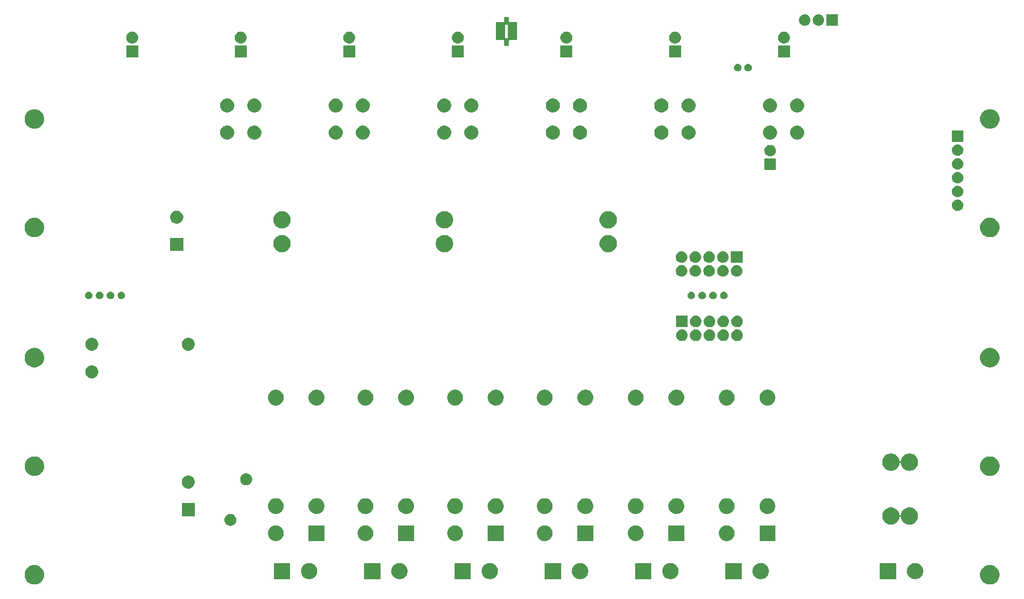
<source format=gbr>
G04 #@! TF.GenerationSoftware,KiCad,Pcbnew,(6.0.0-rc1-dev-904-g29e0e6921)*
G04 #@! TF.CreationDate,2018-10-15T14:12:23+01:00*
G04 #@! TF.ProjectId,AquaHub,417175614875622E6B696361645F7063,rev?*
G04 #@! TF.SameCoordinates,Original*
G04 #@! TF.FileFunction,Soldermask,Bot*
G04 #@! TF.FilePolarity,Negative*
%FSLAX46Y46*%
G04 Gerber Fmt 4.6, Leading zero omitted, Abs format (unit mm)*
G04 Created by KiCad (PCBNEW (6.0.0-rc1-dev-904-g29e0e6921)) date 15/10/2018 14:12:23*
%MOMM*%
%LPD*%
G01*
G04 APERTURE LIST*
%ADD10C,0.100000*%
G04 APERTURE END LIST*
D10*
G36*
X233409122Y-137246115D02*
X233525041Y-137269173D01*
X233852620Y-137404861D01*
X234143511Y-137599228D01*
X234147436Y-137601851D01*
X234398149Y-137852564D01*
X234398151Y-137852567D01*
X234595139Y-138147380D01*
X234730827Y-138474959D01*
X234753885Y-138590878D01*
X234800000Y-138822714D01*
X234800000Y-139177286D01*
X234753885Y-139409122D01*
X234730827Y-139525041D01*
X234634881Y-139756674D01*
X234595140Y-139852618D01*
X234398149Y-140147436D01*
X234147436Y-140398149D01*
X234147433Y-140398151D01*
X233852620Y-140595139D01*
X233525041Y-140730827D01*
X233409122Y-140753885D01*
X233177286Y-140800000D01*
X232822714Y-140800000D01*
X232590878Y-140753885D01*
X232474959Y-140730827D01*
X232147380Y-140595139D01*
X231852567Y-140398151D01*
X231852564Y-140398149D01*
X231601851Y-140147436D01*
X231404860Y-139852618D01*
X231365119Y-139756674D01*
X231269173Y-139525041D01*
X231246115Y-139409122D01*
X231200000Y-139177286D01*
X231200000Y-138822714D01*
X231246115Y-138590878D01*
X231269173Y-138474959D01*
X231404861Y-138147380D01*
X231601849Y-137852567D01*
X231601851Y-137852564D01*
X231852564Y-137601851D01*
X231856489Y-137599228D01*
X232147380Y-137404861D01*
X232474959Y-137269173D01*
X232590878Y-137246115D01*
X232822714Y-137200000D01*
X233177286Y-137200000D01*
X233409122Y-137246115D01*
X233409122Y-137246115D01*
G37*
G36*
X57409122Y-137246115D02*
X57525041Y-137269173D01*
X57852620Y-137404861D01*
X58143511Y-137599228D01*
X58147436Y-137601851D01*
X58398149Y-137852564D01*
X58398151Y-137852567D01*
X58595139Y-138147380D01*
X58730827Y-138474959D01*
X58753885Y-138590878D01*
X58800000Y-138822714D01*
X58800000Y-139177286D01*
X58753885Y-139409122D01*
X58730827Y-139525041D01*
X58634881Y-139756674D01*
X58595140Y-139852618D01*
X58398149Y-140147436D01*
X58147436Y-140398149D01*
X58147433Y-140398151D01*
X57852620Y-140595139D01*
X57525041Y-140730827D01*
X57409122Y-140753885D01*
X57177286Y-140800000D01*
X56822714Y-140800000D01*
X56590878Y-140753885D01*
X56474959Y-140730827D01*
X56147380Y-140595139D01*
X55852567Y-140398151D01*
X55852564Y-140398149D01*
X55601851Y-140147436D01*
X55404860Y-139852618D01*
X55365119Y-139756674D01*
X55269173Y-139525041D01*
X55246115Y-139409122D01*
X55200000Y-139177286D01*
X55200000Y-138822714D01*
X55246115Y-138590878D01*
X55269173Y-138474959D01*
X55404861Y-138147380D01*
X55601849Y-137852567D01*
X55601851Y-137852564D01*
X55852564Y-137601851D01*
X55856489Y-137599228D01*
X56147380Y-137404861D01*
X56474959Y-137269173D01*
X56590878Y-137246115D01*
X56822714Y-137200000D01*
X57177286Y-137200000D01*
X57409122Y-137246115D01*
X57409122Y-137246115D01*
G37*
G36*
X107950935Y-136873429D02*
X108047534Y-136892644D01*
X108320517Y-137005717D01*
X108562920Y-137167687D01*
X108566197Y-137169876D01*
X108775124Y-137378803D01*
X108775126Y-137378806D01*
X108924161Y-137601851D01*
X108939284Y-137624485D01*
X109052356Y-137897467D01*
X109102068Y-138147382D01*
X109110000Y-138187263D01*
X109110000Y-138482737D01*
X109052356Y-138772534D01*
X108939283Y-139045517D01*
X108851237Y-139177286D01*
X108775124Y-139291197D01*
X108566197Y-139500124D01*
X108566194Y-139500126D01*
X108320517Y-139664283D01*
X108047534Y-139777356D01*
X107950935Y-139796571D01*
X107757739Y-139835000D01*
X107462261Y-139835000D01*
X107269065Y-139796571D01*
X107172466Y-139777356D01*
X106899483Y-139664283D01*
X106653806Y-139500126D01*
X106653803Y-139500124D01*
X106444876Y-139291197D01*
X106368763Y-139177286D01*
X106280717Y-139045517D01*
X106167644Y-138772534D01*
X106110000Y-138482737D01*
X106110000Y-138187263D01*
X106117933Y-138147382D01*
X106167644Y-137897467D01*
X106280716Y-137624485D01*
X106295840Y-137601851D01*
X106444874Y-137378806D01*
X106444876Y-137378803D01*
X106653803Y-137169876D01*
X106657080Y-137167687D01*
X106899483Y-137005717D01*
X107172466Y-136892644D01*
X107269065Y-136873429D01*
X107462261Y-136835000D01*
X107757739Y-136835000D01*
X107950935Y-136873429D01*
X107950935Y-136873429D01*
G37*
G36*
X104110000Y-139835000D02*
X101110000Y-139835000D01*
X101110000Y-136835000D01*
X104110000Y-136835000D01*
X104110000Y-139835000D01*
X104110000Y-139835000D01*
G37*
G36*
X157861935Y-136873429D02*
X157958534Y-136892644D01*
X158231517Y-137005717D01*
X158473920Y-137167687D01*
X158477197Y-137169876D01*
X158686124Y-137378803D01*
X158686126Y-137378806D01*
X158835161Y-137601851D01*
X158850284Y-137624485D01*
X158963356Y-137897467D01*
X159013068Y-138147382D01*
X159021000Y-138187263D01*
X159021000Y-138482737D01*
X158963356Y-138772534D01*
X158850283Y-139045517D01*
X158762237Y-139177286D01*
X158686124Y-139291197D01*
X158477197Y-139500124D01*
X158477194Y-139500126D01*
X158231517Y-139664283D01*
X157958534Y-139777356D01*
X157861935Y-139796571D01*
X157668739Y-139835000D01*
X157373261Y-139835000D01*
X157180065Y-139796571D01*
X157083466Y-139777356D01*
X156810483Y-139664283D01*
X156564806Y-139500126D01*
X156564803Y-139500124D01*
X156355876Y-139291197D01*
X156279763Y-139177286D01*
X156191717Y-139045517D01*
X156078644Y-138772534D01*
X156021000Y-138482737D01*
X156021000Y-138187263D01*
X156028933Y-138147382D01*
X156078644Y-137897467D01*
X156191716Y-137624485D01*
X156206840Y-137601851D01*
X156355874Y-137378806D01*
X156355876Y-137378803D01*
X156564803Y-137169876D01*
X156568080Y-137167687D01*
X156810483Y-137005717D01*
X157083466Y-136892644D01*
X157180065Y-136873429D01*
X157373261Y-136835000D01*
X157668739Y-136835000D01*
X157861935Y-136873429D01*
X157861935Y-136873429D01*
G37*
G36*
X170658000Y-139835000D02*
X167658000Y-139835000D01*
X167658000Y-136835000D01*
X170658000Y-136835000D01*
X170658000Y-139835000D01*
X170658000Y-139835000D01*
G37*
G36*
X174498935Y-136873429D02*
X174595534Y-136892644D01*
X174868517Y-137005717D01*
X175110920Y-137167687D01*
X175114197Y-137169876D01*
X175323124Y-137378803D01*
X175323126Y-137378806D01*
X175472161Y-137601851D01*
X175487284Y-137624485D01*
X175600356Y-137897467D01*
X175650068Y-138147382D01*
X175658000Y-138187263D01*
X175658000Y-138482737D01*
X175600356Y-138772534D01*
X175487283Y-139045517D01*
X175399237Y-139177286D01*
X175323124Y-139291197D01*
X175114197Y-139500124D01*
X175114194Y-139500126D01*
X174868517Y-139664283D01*
X174595534Y-139777356D01*
X174498935Y-139796571D01*
X174305739Y-139835000D01*
X174010261Y-139835000D01*
X173817065Y-139796571D01*
X173720466Y-139777356D01*
X173447483Y-139664283D01*
X173201806Y-139500126D01*
X173201803Y-139500124D01*
X172992876Y-139291197D01*
X172916763Y-139177286D01*
X172828717Y-139045517D01*
X172715644Y-138772534D01*
X172658000Y-138482737D01*
X172658000Y-138187263D01*
X172665933Y-138147382D01*
X172715644Y-137897467D01*
X172828716Y-137624485D01*
X172843840Y-137601851D01*
X172992874Y-137378806D01*
X172992876Y-137378803D01*
X173201803Y-137169876D01*
X173205080Y-137167687D01*
X173447483Y-137005717D01*
X173720466Y-136892644D01*
X173817065Y-136873429D01*
X174010261Y-136835000D01*
X174305739Y-136835000D01*
X174498935Y-136873429D01*
X174498935Y-136873429D01*
G37*
G36*
X137384000Y-139835000D02*
X134384000Y-139835000D01*
X134384000Y-136835000D01*
X137384000Y-136835000D01*
X137384000Y-139835000D01*
X137384000Y-139835000D01*
G37*
G36*
X141224935Y-136873429D02*
X141321534Y-136892644D01*
X141594517Y-137005717D01*
X141836920Y-137167687D01*
X141840197Y-137169876D01*
X142049124Y-137378803D01*
X142049126Y-137378806D01*
X142198161Y-137601851D01*
X142213284Y-137624485D01*
X142326356Y-137897467D01*
X142376068Y-138147382D01*
X142384000Y-138187263D01*
X142384000Y-138482737D01*
X142326356Y-138772534D01*
X142213283Y-139045517D01*
X142125237Y-139177286D01*
X142049124Y-139291197D01*
X141840197Y-139500124D01*
X141840194Y-139500126D01*
X141594517Y-139664283D01*
X141321534Y-139777356D01*
X141224935Y-139796571D01*
X141031739Y-139835000D01*
X140736261Y-139835000D01*
X140543065Y-139796571D01*
X140446466Y-139777356D01*
X140173483Y-139664283D01*
X139927806Y-139500126D01*
X139927803Y-139500124D01*
X139718876Y-139291197D01*
X139642763Y-139177286D01*
X139554717Y-139045517D01*
X139441644Y-138772534D01*
X139384000Y-138482737D01*
X139384000Y-138187263D01*
X139391933Y-138147382D01*
X139441644Y-137897467D01*
X139554716Y-137624485D01*
X139569840Y-137601851D01*
X139718874Y-137378806D01*
X139718876Y-137378803D01*
X139927803Y-137169876D01*
X139931080Y-137167687D01*
X140173483Y-137005717D01*
X140446466Y-136892644D01*
X140543065Y-136873429D01*
X140736261Y-136835000D01*
X141031739Y-136835000D01*
X141224935Y-136873429D01*
X141224935Y-136873429D01*
G37*
G36*
X154021000Y-139835000D02*
X151021000Y-139835000D01*
X151021000Y-136835000D01*
X154021000Y-136835000D01*
X154021000Y-139835000D01*
X154021000Y-139835000D01*
G37*
G36*
X219583935Y-136873429D02*
X219680534Y-136892644D01*
X219953517Y-137005717D01*
X220195920Y-137167687D01*
X220199197Y-137169876D01*
X220408124Y-137378803D01*
X220408126Y-137378806D01*
X220557161Y-137601851D01*
X220572284Y-137624485D01*
X220685356Y-137897467D01*
X220735068Y-138147382D01*
X220743000Y-138187263D01*
X220743000Y-138482737D01*
X220685356Y-138772534D01*
X220572283Y-139045517D01*
X220484237Y-139177286D01*
X220408124Y-139291197D01*
X220199197Y-139500124D01*
X220199194Y-139500126D01*
X219953517Y-139664283D01*
X219680534Y-139777356D01*
X219583935Y-139796571D01*
X219390739Y-139835000D01*
X219095261Y-139835000D01*
X218902065Y-139796571D01*
X218805466Y-139777356D01*
X218532483Y-139664283D01*
X218286806Y-139500126D01*
X218286803Y-139500124D01*
X218077876Y-139291197D01*
X218001763Y-139177286D01*
X217913717Y-139045517D01*
X217800644Y-138772534D01*
X217743000Y-138482737D01*
X217743000Y-138187263D01*
X217750933Y-138147382D01*
X217800644Y-137897467D01*
X217913716Y-137624485D01*
X217928840Y-137601851D01*
X218077874Y-137378806D01*
X218077876Y-137378803D01*
X218286803Y-137169876D01*
X218290080Y-137167687D01*
X218532483Y-137005717D01*
X218805466Y-136892644D01*
X218902065Y-136873429D01*
X219095261Y-136835000D01*
X219390739Y-136835000D01*
X219583935Y-136873429D01*
X219583935Y-136873429D01*
G37*
G36*
X215743000Y-139835000D02*
X212743000Y-139835000D01*
X212743000Y-136835000D01*
X215743000Y-136835000D01*
X215743000Y-139835000D01*
X215743000Y-139835000D01*
G37*
G36*
X191135935Y-136873429D02*
X191232534Y-136892644D01*
X191505517Y-137005717D01*
X191747920Y-137167687D01*
X191751197Y-137169876D01*
X191960124Y-137378803D01*
X191960126Y-137378806D01*
X192109161Y-137601851D01*
X192124284Y-137624485D01*
X192237356Y-137897467D01*
X192287068Y-138147382D01*
X192295000Y-138187263D01*
X192295000Y-138482737D01*
X192237356Y-138772534D01*
X192124283Y-139045517D01*
X192036237Y-139177286D01*
X191960124Y-139291197D01*
X191751197Y-139500124D01*
X191751194Y-139500126D01*
X191505517Y-139664283D01*
X191232534Y-139777356D01*
X191135935Y-139796571D01*
X190942739Y-139835000D01*
X190647261Y-139835000D01*
X190454065Y-139796571D01*
X190357466Y-139777356D01*
X190084483Y-139664283D01*
X189838806Y-139500126D01*
X189838803Y-139500124D01*
X189629876Y-139291197D01*
X189553763Y-139177286D01*
X189465717Y-139045517D01*
X189352644Y-138772534D01*
X189295000Y-138482737D01*
X189295000Y-138187263D01*
X189302933Y-138147382D01*
X189352644Y-137897467D01*
X189465716Y-137624485D01*
X189480840Y-137601851D01*
X189629874Y-137378806D01*
X189629876Y-137378803D01*
X189838803Y-137169876D01*
X189842080Y-137167687D01*
X190084483Y-137005717D01*
X190357466Y-136892644D01*
X190454065Y-136873429D01*
X190647261Y-136835000D01*
X190942739Y-136835000D01*
X191135935Y-136873429D01*
X191135935Y-136873429D01*
G37*
G36*
X187295000Y-139835000D02*
X184295000Y-139835000D01*
X184295000Y-136835000D01*
X187295000Y-136835000D01*
X187295000Y-139835000D01*
X187295000Y-139835000D01*
G37*
G36*
X124587935Y-136873429D02*
X124684534Y-136892644D01*
X124957517Y-137005717D01*
X125199920Y-137167687D01*
X125203197Y-137169876D01*
X125412124Y-137378803D01*
X125412126Y-137378806D01*
X125561161Y-137601851D01*
X125576284Y-137624485D01*
X125689356Y-137897467D01*
X125739068Y-138147382D01*
X125747000Y-138187263D01*
X125747000Y-138482737D01*
X125689356Y-138772534D01*
X125576283Y-139045517D01*
X125488237Y-139177286D01*
X125412124Y-139291197D01*
X125203197Y-139500124D01*
X125203194Y-139500126D01*
X124957517Y-139664283D01*
X124684534Y-139777356D01*
X124587935Y-139796571D01*
X124394739Y-139835000D01*
X124099261Y-139835000D01*
X123906065Y-139796571D01*
X123809466Y-139777356D01*
X123536483Y-139664283D01*
X123290806Y-139500126D01*
X123290803Y-139500124D01*
X123081876Y-139291197D01*
X123005763Y-139177286D01*
X122917717Y-139045517D01*
X122804644Y-138772534D01*
X122747000Y-138482737D01*
X122747000Y-138187263D01*
X122754933Y-138147382D01*
X122804644Y-137897467D01*
X122917716Y-137624485D01*
X122932840Y-137601851D01*
X123081874Y-137378806D01*
X123081876Y-137378803D01*
X123290803Y-137169876D01*
X123294080Y-137167687D01*
X123536483Y-137005717D01*
X123809466Y-136892644D01*
X123906065Y-136873429D01*
X124099261Y-136835000D01*
X124394739Y-136835000D01*
X124587935Y-136873429D01*
X124587935Y-136873429D01*
G37*
G36*
X120747000Y-139835000D02*
X117747000Y-139835000D01*
X117747000Y-136835000D01*
X120747000Y-136835000D01*
X120747000Y-139835000D01*
X120747000Y-139835000D01*
G37*
G36*
X143430000Y-132800000D02*
X140530000Y-132800000D01*
X140530000Y-129900000D01*
X143430000Y-129900000D01*
X143430000Y-132800000D01*
X143430000Y-132800000D01*
G37*
G36*
X110410000Y-132800000D02*
X107510000Y-132800000D01*
X107510000Y-129900000D01*
X110410000Y-129900000D01*
X110410000Y-132800000D01*
X110410000Y-132800000D01*
G37*
G36*
X101882947Y-129955722D02*
X102146833Y-130065027D01*
X102384324Y-130223713D01*
X102586287Y-130425676D01*
X102744973Y-130663167D01*
X102854278Y-130927053D01*
X102910000Y-131207186D01*
X102910000Y-131492814D01*
X102854278Y-131772947D01*
X102744973Y-132036833D01*
X102586287Y-132274324D01*
X102384324Y-132476287D01*
X102146833Y-132634973D01*
X101882947Y-132744278D01*
X101602814Y-132800000D01*
X101317186Y-132800000D01*
X101037053Y-132744278D01*
X100773167Y-132634973D01*
X100535676Y-132476287D01*
X100333713Y-132274324D01*
X100175027Y-132036833D01*
X100065722Y-131772947D01*
X100010000Y-131492814D01*
X100010000Y-131207186D01*
X100065722Y-130927053D01*
X100175027Y-130663167D01*
X100333713Y-130425676D01*
X100535676Y-130223713D01*
X100773167Y-130065027D01*
X101037053Y-129955722D01*
X101317186Y-129900000D01*
X101602814Y-129900000D01*
X101882947Y-129955722D01*
X101882947Y-129955722D01*
G37*
G36*
X193475000Y-132800000D02*
X190575000Y-132800000D01*
X190575000Y-129900000D01*
X193475000Y-129900000D01*
X193475000Y-132800000D01*
X193475000Y-132800000D01*
G37*
G36*
X184947947Y-129955722D02*
X185211833Y-130065027D01*
X185449324Y-130223713D01*
X185651287Y-130425676D01*
X185809973Y-130663167D01*
X185919278Y-130927053D01*
X185975000Y-131207186D01*
X185975000Y-131492814D01*
X185919278Y-131772947D01*
X185809973Y-132036833D01*
X185651287Y-132274324D01*
X185449324Y-132476287D01*
X185211833Y-132634973D01*
X184947947Y-132744278D01*
X184667814Y-132800000D01*
X184382186Y-132800000D01*
X184102053Y-132744278D01*
X183838167Y-132634973D01*
X183600676Y-132476287D01*
X183398713Y-132274324D01*
X183240027Y-132036833D01*
X183130722Y-131772947D01*
X183075000Y-131492814D01*
X183075000Y-131207186D01*
X183130722Y-130927053D01*
X183240027Y-130663167D01*
X183398713Y-130425676D01*
X183600676Y-130223713D01*
X183838167Y-130065027D01*
X184102053Y-129955722D01*
X184382186Y-129900000D01*
X184667814Y-129900000D01*
X184947947Y-129955722D01*
X184947947Y-129955722D01*
G37*
G36*
X176704000Y-132800000D02*
X173804000Y-132800000D01*
X173804000Y-129900000D01*
X176704000Y-129900000D01*
X176704000Y-132800000D01*
X176704000Y-132800000D01*
G37*
G36*
X134902947Y-129955722D02*
X135166833Y-130065027D01*
X135404324Y-130223713D01*
X135606287Y-130425676D01*
X135764973Y-130663167D01*
X135874278Y-130927053D01*
X135930000Y-131207186D01*
X135930000Y-131492814D01*
X135874278Y-131772947D01*
X135764973Y-132036833D01*
X135606287Y-132274324D01*
X135404324Y-132476287D01*
X135166833Y-132634973D01*
X134902947Y-132744278D01*
X134622814Y-132800000D01*
X134337186Y-132800000D01*
X134057053Y-132744278D01*
X133793167Y-132634973D01*
X133555676Y-132476287D01*
X133353713Y-132274324D01*
X133195027Y-132036833D01*
X133085722Y-131772947D01*
X133030000Y-131492814D01*
X133030000Y-131207186D01*
X133085722Y-130927053D01*
X133195027Y-130663167D01*
X133353713Y-130425676D01*
X133555676Y-130223713D01*
X133793167Y-130065027D01*
X134057053Y-129955722D01*
X134337186Y-129900000D01*
X134622814Y-129900000D01*
X134902947Y-129955722D01*
X134902947Y-129955722D01*
G37*
G36*
X168176947Y-129955722D02*
X168440833Y-130065027D01*
X168678324Y-130223713D01*
X168880287Y-130425676D01*
X169038973Y-130663167D01*
X169148278Y-130927053D01*
X169204000Y-131207186D01*
X169204000Y-131492814D01*
X169148278Y-131772947D01*
X169038973Y-132036833D01*
X168880287Y-132274324D01*
X168678324Y-132476287D01*
X168440833Y-132634973D01*
X168176947Y-132744278D01*
X167896814Y-132800000D01*
X167611186Y-132800000D01*
X167331053Y-132744278D01*
X167067167Y-132634973D01*
X166829676Y-132476287D01*
X166627713Y-132274324D01*
X166469027Y-132036833D01*
X166359722Y-131772947D01*
X166304000Y-131492814D01*
X166304000Y-131207186D01*
X166359722Y-130927053D01*
X166469027Y-130663167D01*
X166627713Y-130425676D01*
X166829676Y-130223713D01*
X167067167Y-130065027D01*
X167331053Y-129955722D01*
X167611186Y-129900000D01*
X167896814Y-129900000D01*
X168176947Y-129955722D01*
X168176947Y-129955722D01*
G37*
G36*
X151412947Y-129955722D02*
X151676833Y-130065027D01*
X151914324Y-130223713D01*
X152116287Y-130425676D01*
X152274973Y-130663167D01*
X152384278Y-130927053D01*
X152440000Y-131207186D01*
X152440000Y-131492814D01*
X152384278Y-131772947D01*
X152274973Y-132036833D01*
X152116287Y-132274324D01*
X151914324Y-132476287D01*
X151676833Y-132634973D01*
X151412947Y-132744278D01*
X151132814Y-132800000D01*
X150847186Y-132800000D01*
X150567053Y-132744278D01*
X150303167Y-132634973D01*
X150065676Y-132476287D01*
X149863713Y-132274324D01*
X149705027Y-132036833D01*
X149595722Y-131772947D01*
X149540000Y-131492814D01*
X149540000Y-131207186D01*
X149595722Y-130927053D01*
X149705027Y-130663167D01*
X149863713Y-130425676D01*
X150065676Y-130223713D01*
X150303167Y-130065027D01*
X150567053Y-129955722D01*
X150847186Y-129900000D01*
X151132814Y-129900000D01*
X151412947Y-129955722D01*
X151412947Y-129955722D01*
G37*
G36*
X159940000Y-132800000D02*
X157040000Y-132800000D01*
X157040000Y-129900000D01*
X159940000Y-129900000D01*
X159940000Y-132800000D01*
X159940000Y-132800000D01*
G37*
G36*
X118392947Y-129955722D02*
X118656833Y-130065027D01*
X118894324Y-130223713D01*
X119096287Y-130425676D01*
X119254973Y-130663167D01*
X119364278Y-130927053D01*
X119420000Y-131207186D01*
X119420000Y-131492814D01*
X119364278Y-131772947D01*
X119254973Y-132036833D01*
X119096287Y-132274324D01*
X118894324Y-132476287D01*
X118656833Y-132634973D01*
X118392947Y-132744278D01*
X118112814Y-132800000D01*
X117827186Y-132800000D01*
X117547053Y-132744278D01*
X117283167Y-132634973D01*
X117045676Y-132476287D01*
X116843713Y-132274324D01*
X116685027Y-132036833D01*
X116575722Y-131772947D01*
X116520000Y-131492814D01*
X116520000Y-131207186D01*
X116575722Y-130927053D01*
X116685027Y-130663167D01*
X116843713Y-130425676D01*
X117045676Y-130223713D01*
X117283167Y-130065027D01*
X117547053Y-129955722D01*
X117827186Y-129900000D01*
X118112814Y-129900000D01*
X118392947Y-129955722D01*
X118392947Y-129955722D01*
G37*
G36*
X126920000Y-132800000D02*
X124020000Y-132800000D01*
X124020000Y-129900000D01*
X126920000Y-129900000D01*
X126920000Y-132800000D01*
X126920000Y-132800000D01*
G37*
G36*
X93420857Y-127848272D02*
X93621042Y-127931191D01*
X93621045Y-127931193D01*
X93751558Y-128018399D01*
X93801213Y-128051578D01*
X93954422Y-128204787D01*
X93954424Y-128204790D01*
X93954425Y-128204791D01*
X94028324Y-128315388D01*
X94074809Y-128384958D01*
X94157728Y-128585143D01*
X94200000Y-128797658D01*
X94200000Y-129014342D01*
X94157728Y-129226857D01*
X94074809Y-129427042D01*
X94074807Y-129427045D01*
X93969907Y-129584039D01*
X93954422Y-129607213D01*
X93801213Y-129760422D01*
X93621042Y-129880809D01*
X93420857Y-129963728D01*
X93208342Y-130006000D01*
X92991658Y-130006000D01*
X92779143Y-129963728D01*
X92578958Y-129880809D01*
X92398787Y-129760422D01*
X92245578Y-129607213D01*
X92230094Y-129584039D01*
X92125193Y-129427045D01*
X92125191Y-129427042D01*
X92042272Y-129226857D01*
X92000000Y-129014342D01*
X92000000Y-128797658D01*
X92042272Y-128585143D01*
X92125191Y-128384958D01*
X92171676Y-128315388D01*
X92245575Y-128204791D01*
X92245576Y-128204790D01*
X92245578Y-128204787D01*
X92398787Y-128051578D01*
X92448443Y-128018399D01*
X92578955Y-127931193D01*
X92578958Y-127931191D01*
X92779143Y-127848272D01*
X92991658Y-127806000D01*
X93208342Y-127806000D01*
X93420857Y-127848272D01*
X93420857Y-127848272D01*
G37*
G36*
X215141391Y-126625735D02*
X215243786Y-126646103D01*
X215363643Y-126695750D01*
X215533146Y-126765960D01*
X215793569Y-126939969D01*
X216015031Y-127161431D01*
X216189040Y-127421854D01*
X216259250Y-127591357D01*
X216308897Y-127711214D01*
X216315474Y-127744278D01*
X216357402Y-127955064D01*
X216364515Y-127978514D01*
X216376066Y-128000124D01*
X216391612Y-128019066D01*
X216410554Y-128034612D01*
X216432165Y-128046163D01*
X216455614Y-128053276D01*
X216480000Y-128055678D01*
X216504386Y-128053276D01*
X216527836Y-128046163D01*
X216549446Y-128034612D01*
X216568388Y-128019066D01*
X216583934Y-128000124D01*
X216595485Y-127978513D01*
X216602598Y-127955064D01*
X216644526Y-127744278D01*
X216651103Y-127711214D01*
X216700750Y-127591357D01*
X216770960Y-127421854D01*
X216944969Y-127161431D01*
X217166431Y-126939969D01*
X217426854Y-126765960D01*
X217596357Y-126695750D01*
X217716214Y-126646103D01*
X217818609Y-126625735D01*
X218023397Y-126585000D01*
X218336603Y-126585000D01*
X218541391Y-126625735D01*
X218643786Y-126646103D01*
X218763643Y-126695750D01*
X218933146Y-126765960D01*
X219193569Y-126939969D01*
X219415031Y-127161431D01*
X219589040Y-127421854D01*
X219708897Y-127711215D01*
X219770000Y-128018397D01*
X219770000Y-128331603D01*
X219708897Y-128638785D01*
X219589040Y-128928146D01*
X219415031Y-129188569D01*
X219193569Y-129410031D01*
X218933146Y-129584040D01*
X218763643Y-129654250D01*
X218643786Y-129703897D01*
X218541391Y-129724265D01*
X218336603Y-129765000D01*
X218023397Y-129765000D01*
X217818609Y-129724265D01*
X217716214Y-129703897D01*
X217596357Y-129654250D01*
X217426854Y-129584040D01*
X217166431Y-129410031D01*
X216944969Y-129188569D01*
X216770960Y-128928146D01*
X216651103Y-128638785D01*
X216602598Y-128394936D01*
X216595485Y-128371486D01*
X216583934Y-128349876D01*
X216568388Y-128330934D01*
X216549446Y-128315388D01*
X216527835Y-128303837D01*
X216504386Y-128296724D01*
X216480000Y-128294322D01*
X216455614Y-128296724D01*
X216432164Y-128303837D01*
X216410554Y-128315388D01*
X216391612Y-128330934D01*
X216376066Y-128349876D01*
X216364515Y-128371487D01*
X216357402Y-128394936D01*
X216308897Y-128638785D01*
X216189040Y-128928146D01*
X216015031Y-129188569D01*
X215793569Y-129410031D01*
X215533146Y-129584040D01*
X215363643Y-129654250D01*
X215243786Y-129703897D01*
X215141391Y-129724265D01*
X214936603Y-129765000D01*
X214623397Y-129765000D01*
X214418609Y-129724265D01*
X214316214Y-129703897D01*
X214196357Y-129654250D01*
X214026854Y-129584040D01*
X213766431Y-129410031D01*
X213544969Y-129188569D01*
X213370960Y-128928146D01*
X213251103Y-128638785D01*
X213190000Y-128331603D01*
X213190000Y-128018397D01*
X213251103Y-127711215D01*
X213370960Y-127421854D01*
X213544969Y-127161431D01*
X213766431Y-126939969D01*
X214026854Y-126765960D01*
X214196357Y-126695750D01*
X214316214Y-126646103D01*
X214418609Y-126625735D01*
X214623397Y-126585000D01*
X214936603Y-126585000D01*
X215141391Y-126625735D01*
X215141391Y-126625735D01*
G37*
G36*
X86544000Y-128200000D02*
X84144000Y-128200000D01*
X84144000Y-125800000D01*
X86544000Y-125800000D01*
X86544000Y-128200000D01*
X86544000Y-128200000D01*
G37*
G36*
X175676947Y-124955722D02*
X175940833Y-125065027D01*
X176178324Y-125223713D01*
X176380287Y-125425676D01*
X176538973Y-125663167D01*
X176648278Y-125927053D01*
X176704000Y-126207186D01*
X176704000Y-126492814D01*
X176648278Y-126772947D01*
X176538973Y-127036833D01*
X176380287Y-127274324D01*
X176178324Y-127476287D01*
X175940833Y-127634973D01*
X175676947Y-127744278D01*
X175396814Y-127800000D01*
X175111186Y-127800000D01*
X174831053Y-127744278D01*
X174567167Y-127634973D01*
X174329676Y-127476287D01*
X174127713Y-127274324D01*
X173969027Y-127036833D01*
X173859722Y-126772947D01*
X173804000Y-126492814D01*
X173804000Y-126207186D01*
X173859722Y-125927053D01*
X173969027Y-125663167D01*
X174127713Y-125425676D01*
X174329676Y-125223713D01*
X174567167Y-125065027D01*
X174831053Y-124955722D01*
X175111186Y-124900000D01*
X175396814Y-124900000D01*
X175676947Y-124955722D01*
X175676947Y-124955722D01*
G37*
G36*
X158912947Y-124955722D02*
X159176833Y-125065027D01*
X159414324Y-125223713D01*
X159616287Y-125425676D01*
X159774973Y-125663167D01*
X159884278Y-125927053D01*
X159940000Y-126207186D01*
X159940000Y-126492814D01*
X159884278Y-126772947D01*
X159774973Y-127036833D01*
X159616287Y-127274324D01*
X159414324Y-127476287D01*
X159176833Y-127634973D01*
X158912947Y-127744278D01*
X158632814Y-127800000D01*
X158347186Y-127800000D01*
X158067053Y-127744278D01*
X157803167Y-127634973D01*
X157565676Y-127476287D01*
X157363713Y-127274324D01*
X157205027Y-127036833D01*
X157095722Y-126772947D01*
X157040000Y-126492814D01*
X157040000Y-126207186D01*
X157095722Y-125927053D01*
X157205027Y-125663167D01*
X157363713Y-125425676D01*
X157565676Y-125223713D01*
X157803167Y-125065027D01*
X158067053Y-124955722D01*
X158347186Y-124900000D01*
X158632814Y-124900000D01*
X158912947Y-124955722D01*
X158912947Y-124955722D01*
G37*
G36*
X151412947Y-124955722D02*
X151676833Y-125065027D01*
X151914324Y-125223713D01*
X152116287Y-125425676D01*
X152274973Y-125663167D01*
X152384278Y-125927053D01*
X152440000Y-126207186D01*
X152440000Y-126492814D01*
X152384278Y-126772947D01*
X152274973Y-127036833D01*
X152116287Y-127274324D01*
X151914324Y-127476287D01*
X151676833Y-127634973D01*
X151412947Y-127744278D01*
X151132814Y-127800000D01*
X150847186Y-127800000D01*
X150567053Y-127744278D01*
X150303167Y-127634973D01*
X150065676Y-127476287D01*
X149863713Y-127274324D01*
X149705027Y-127036833D01*
X149595722Y-126772947D01*
X149540000Y-126492814D01*
X149540000Y-126207186D01*
X149595722Y-125927053D01*
X149705027Y-125663167D01*
X149863713Y-125425676D01*
X150065676Y-125223713D01*
X150303167Y-125065027D01*
X150567053Y-124955722D01*
X150847186Y-124900000D01*
X151132814Y-124900000D01*
X151412947Y-124955722D01*
X151412947Y-124955722D01*
G37*
G36*
X118392947Y-124955722D02*
X118656833Y-125065027D01*
X118894324Y-125223713D01*
X119096287Y-125425676D01*
X119254973Y-125663167D01*
X119364278Y-125927053D01*
X119420000Y-126207186D01*
X119420000Y-126492814D01*
X119364278Y-126772947D01*
X119254973Y-127036833D01*
X119096287Y-127274324D01*
X118894324Y-127476287D01*
X118656833Y-127634973D01*
X118392947Y-127744278D01*
X118112814Y-127800000D01*
X117827186Y-127800000D01*
X117547053Y-127744278D01*
X117283167Y-127634973D01*
X117045676Y-127476287D01*
X116843713Y-127274324D01*
X116685027Y-127036833D01*
X116575722Y-126772947D01*
X116520000Y-126492814D01*
X116520000Y-126207186D01*
X116575722Y-125927053D01*
X116685027Y-125663167D01*
X116843713Y-125425676D01*
X117045676Y-125223713D01*
X117283167Y-125065027D01*
X117547053Y-124955722D01*
X117827186Y-124900000D01*
X118112814Y-124900000D01*
X118392947Y-124955722D01*
X118392947Y-124955722D01*
G37*
G36*
X142402947Y-124955722D02*
X142666833Y-125065027D01*
X142904324Y-125223713D01*
X143106287Y-125425676D01*
X143264973Y-125663167D01*
X143374278Y-125927053D01*
X143430000Y-126207186D01*
X143430000Y-126492814D01*
X143374278Y-126772947D01*
X143264973Y-127036833D01*
X143106287Y-127274324D01*
X142904324Y-127476287D01*
X142666833Y-127634973D01*
X142402947Y-127744278D01*
X142122814Y-127800000D01*
X141837186Y-127800000D01*
X141557053Y-127744278D01*
X141293167Y-127634973D01*
X141055676Y-127476287D01*
X140853713Y-127274324D01*
X140695027Y-127036833D01*
X140585722Y-126772947D01*
X140530000Y-126492814D01*
X140530000Y-126207186D01*
X140585722Y-125927053D01*
X140695027Y-125663167D01*
X140853713Y-125425676D01*
X141055676Y-125223713D01*
X141293167Y-125065027D01*
X141557053Y-124955722D01*
X141837186Y-124900000D01*
X142122814Y-124900000D01*
X142402947Y-124955722D01*
X142402947Y-124955722D01*
G37*
G36*
X134902947Y-124955722D02*
X135166833Y-125065027D01*
X135404324Y-125223713D01*
X135606287Y-125425676D01*
X135764973Y-125663167D01*
X135874278Y-125927053D01*
X135930000Y-126207186D01*
X135930000Y-126492814D01*
X135874278Y-126772947D01*
X135764973Y-127036833D01*
X135606287Y-127274324D01*
X135404324Y-127476287D01*
X135166833Y-127634973D01*
X134902947Y-127744278D01*
X134622814Y-127800000D01*
X134337186Y-127800000D01*
X134057053Y-127744278D01*
X133793167Y-127634973D01*
X133555676Y-127476287D01*
X133353713Y-127274324D01*
X133195027Y-127036833D01*
X133085722Y-126772947D01*
X133030000Y-126492814D01*
X133030000Y-126207186D01*
X133085722Y-125927053D01*
X133195027Y-125663167D01*
X133353713Y-125425676D01*
X133555676Y-125223713D01*
X133793167Y-125065027D01*
X134057053Y-124955722D01*
X134337186Y-124900000D01*
X134622814Y-124900000D01*
X134902947Y-124955722D01*
X134902947Y-124955722D01*
G37*
G36*
X101882947Y-124955722D02*
X102146833Y-125065027D01*
X102384324Y-125223713D01*
X102586287Y-125425676D01*
X102744973Y-125663167D01*
X102854278Y-125927053D01*
X102910000Y-126207186D01*
X102910000Y-126492814D01*
X102854278Y-126772947D01*
X102744973Y-127036833D01*
X102586287Y-127274324D01*
X102384324Y-127476287D01*
X102146833Y-127634973D01*
X101882947Y-127744278D01*
X101602814Y-127800000D01*
X101317186Y-127800000D01*
X101037053Y-127744278D01*
X100773167Y-127634973D01*
X100535676Y-127476287D01*
X100333713Y-127274324D01*
X100175027Y-127036833D01*
X100065722Y-126772947D01*
X100010000Y-126492814D01*
X100010000Y-126207186D01*
X100065722Y-125927053D01*
X100175027Y-125663167D01*
X100333713Y-125425676D01*
X100535676Y-125223713D01*
X100773167Y-125065027D01*
X101037053Y-124955722D01*
X101317186Y-124900000D01*
X101602814Y-124900000D01*
X101882947Y-124955722D01*
X101882947Y-124955722D01*
G37*
G36*
X168176947Y-124955722D02*
X168440833Y-125065027D01*
X168678324Y-125223713D01*
X168880287Y-125425676D01*
X169038973Y-125663167D01*
X169148278Y-125927053D01*
X169204000Y-126207186D01*
X169204000Y-126492814D01*
X169148278Y-126772947D01*
X169038973Y-127036833D01*
X168880287Y-127274324D01*
X168678324Y-127476287D01*
X168440833Y-127634973D01*
X168176947Y-127744278D01*
X167896814Y-127800000D01*
X167611186Y-127800000D01*
X167331053Y-127744278D01*
X167067167Y-127634973D01*
X166829676Y-127476287D01*
X166627713Y-127274324D01*
X166469027Y-127036833D01*
X166359722Y-126772947D01*
X166304000Y-126492814D01*
X166304000Y-126207186D01*
X166359722Y-125927053D01*
X166469027Y-125663167D01*
X166627713Y-125425676D01*
X166829676Y-125223713D01*
X167067167Y-125065027D01*
X167331053Y-124955722D01*
X167611186Y-124900000D01*
X167896814Y-124900000D01*
X168176947Y-124955722D01*
X168176947Y-124955722D01*
G37*
G36*
X109382947Y-124955722D02*
X109646833Y-125065027D01*
X109884324Y-125223713D01*
X110086287Y-125425676D01*
X110244973Y-125663167D01*
X110354278Y-125927053D01*
X110410000Y-126207186D01*
X110410000Y-126492814D01*
X110354278Y-126772947D01*
X110244973Y-127036833D01*
X110086287Y-127274324D01*
X109884324Y-127476287D01*
X109646833Y-127634973D01*
X109382947Y-127744278D01*
X109102814Y-127800000D01*
X108817186Y-127800000D01*
X108537053Y-127744278D01*
X108273167Y-127634973D01*
X108035676Y-127476287D01*
X107833713Y-127274324D01*
X107675027Y-127036833D01*
X107565722Y-126772947D01*
X107510000Y-126492814D01*
X107510000Y-126207186D01*
X107565722Y-125927053D01*
X107675027Y-125663167D01*
X107833713Y-125425676D01*
X108035676Y-125223713D01*
X108273167Y-125065027D01*
X108537053Y-124955722D01*
X108817186Y-124900000D01*
X109102814Y-124900000D01*
X109382947Y-124955722D01*
X109382947Y-124955722D01*
G37*
G36*
X192447947Y-124955722D02*
X192711833Y-125065027D01*
X192949324Y-125223713D01*
X193151287Y-125425676D01*
X193309973Y-125663167D01*
X193419278Y-125927053D01*
X193475000Y-126207186D01*
X193475000Y-126492814D01*
X193419278Y-126772947D01*
X193309973Y-127036833D01*
X193151287Y-127274324D01*
X192949324Y-127476287D01*
X192711833Y-127634973D01*
X192447947Y-127744278D01*
X192167814Y-127800000D01*
X191882186Y-127800000D01*
X191602053Y-127744278D01*
X191338167Y-127634973D01*
X191100676Y-127476287D01*
X190898713Y-127274324D01*
X190740027Y-127036833D01*
X190630722Y-126772947D01*
X190575000Y-126492814D01*
X190575000Y-126207186D01*
X190630722Y-125927053D01*
X190740027Y-125663167D01*
X190898713Y-125425676D01*
X191100676Y-125223713D01*
X191338167Y-125065027D01*
X191602053Y-124955722D01*
X191882186Y-124900000D01*
X192167814Y-124900000D01*
X192447947Y-124955722D01*
X192447947Y-124955722D01*
G37*
G36*
X184947947Y-124955722D02*
X185211833Y-125065027D01*
X185449324Y-125223713D01*
X185651287Y-125425676D01*
X185809973Y-125663167D01*
X185919278Y-125927053D01*
X185975000Y-126207186D01*
X185975000Y-126492814D01*
X185919278Y-126772947D01*
X185809973Y-127036833D01*
X185651287Y-127274324D01*
X185449324Y-127476287D01*
X185211833Y-127634973D01*
X184947947Y-127744278D01*
X184667814Y-127800000D01*
X184382186Y-127800000D01*
X184102053Y-127744278D01*
X183838167Y-127634973D01*
X183600676Y-127476287D01*
X183398713Y-127274324D01*
X183240027Y-127036833D01*
X183130722Y-126772947D01*
X183075000Y-126492814D01*
X183075000Y-126207186D01*
X183130722Y-125927053D01*
X183240027Y-125663167D01*
X183398713Y-125425676D01*
X183600676Y-125223713D01*
X183838167Y-125065027D01*
X184102053Y-124955722D01*
X184382186Y-124900000D01*
X184667814Y-124900000D01*
X184947947Y-124955722D01*
X184947947Y-124955722D01*
G37*
G36*
X125892947Y-124955722D02*
X126156833Y-125065027D01*
X126394324Y-125223713D01*
X126596287Y-125425676D01*
X126754973Y-125663167D01*
X126864278Y-125927053D01*
X126920000Y-126207186D01*
X126920000Y-126492814D01*
X126864278Y-126772947D01*
X126754973Y-127036833D01*
X126596287Y-127274324D01*
X126394324Y-127476287D01*
X126156833Y-127634973D01*
X125892947Y-127744278D01*
X125612814Y-127800000D01*
X125327186Y-127800000D01*
X125047053Y-127744278D01*
X124783167Y-127634973D01*
X124545676Y-127476287D01*
X124343713Y-127274324D01*
X124185027Y-127036833D01*
X124075722Y-126772947D01*
X124020000Y-126492814D01*
X124020000Y-126207186D01*
X124075722Y-125927053D01*
X124185027Y-125663167D01*
X124343713Y-125425676D01*
X124545676Y-125223713D01*
X124783167Y-125065027D01*
X125047053Y-124955722D01*
X125327186Y-124900000D01*
X125612814Y-124900000D01*
X125892947Y-124955722D01*
X125892947Y-124955722D01*
G37*
G36*
X85694026Y-120766115D02*
X85912412Y-120856573D01*
X86108958Y-120987901D01*
X86276099Y-121155042D01*
X86407427Y-121351588D01*
X86497885Y-121569974D01*
X86544000Y-121801809D01*
X86544000Y-122038191D01*
X86497885Y-122270026D01*
X86407427Y-122488412D01*
X86276099Y-122684958D01*
X86108958Y-122852099D01*
X85912412Y-122983427D01*
X85694026Y-123073885D01*
X85462191Y-123120000D01*
X85225809Y-123120000D01*
X84993974Y-123073885D01*
X84775588Y-122983427D01*
X84579042Y-122852099D01*
X84411901Y-122684958D01*
X84280573Y-122488412D01*
X84190115Y-122270026D01*
X84144000Y-122038191D01*
X84144000Y-121801809D01*
X84190115Y-121569974D01*
X84280573Y-121351588D01*
X84411901Y-121155042D01*
X84579042Y-120987901D01*
X84775588Y-120856573D01*
X84993974Y-120766115D01*
X85225809Y-120720000D01*
X85462191Y-120720000D01*
X85694026Y-120766115D01*
X85694026Y-120766115D01*
G37*
G36*
X96320857Y-120348272D02*
X96521042Y-120431191D01*
X96701213Y-120551578D01*
X96854422Y-120704787D01*
X96854424Y-120704790D01*
X96854425Y-120704791D01*
X96895400Y-120766115D01*
X96974809Y-120884958D01*
X97057728Y-121085143D01*
X97100000Y-121297658D01*
X97100000Y-121514342D01*
X97057728Y-121726857D01*
X96974809Y-121927042D01*
X96854422Y-122107213D01*
X96701213Y-122260422D01*
X96701210Y-122260424D01*
X96701209Y-122260425D01*
X96521045Y-122380807D01*
X96521042Y-122380809D01*
X96320857Y-122463728D01*
X96108342Y-122506000D01*
X95891658Y-122506000D01*
X95679143Y-122463728D01*
X95478958Y-122380809D01*
X95478955Y-122380807D01*
X95298791Y-122260425D01*
X95298790Y-122260424D01*
X95298787Y-122260422D01*
X95145578Y-122107213D01*
X95025191Y-121927042D01*
X94942272Y-121726857D01*
X94900000Y-121514342D01*
X94900000Y-121297658D01*
X94942272Y-121085143D01*
X95025191Y-120884958D01*
X95104600Y-120766115D01*
X95145575Y-120704791D01*
X95145576Y-120704790D01*
X95145578Y-120704787D01*
X95298787Y-120551578D01*
X95478958Y-120431191D01*
X95679143Y-120348272D01*
X95891658Y-120306000D01*
X96108342Y-120306000D01*
X96320857Y-120348272D01*
X96320857Y-120348272D01*
G37*
G36*
X57385572Y-117241431D02*
X57525041Y-117269173D01*
X57852620Y-117404861D01*
X57997780Y-117501854D01*
X58147436Y-117601851D01*
X58398149Y-117852564D01*
X58398151Y-117852567D01*
X58595139Y-118147380D01*
X58721105Y-118451487D01*
X58730827Y-118474960D01*
X58800000Y-118822714D01*
X58800000Y-119177286D01*
X58753885Y-119409122D01*
X58730827Y-119525041D01*
X58634881Y-119756674D01*
X58595140Y-119852618D01*
X58398149Y-120147436D01*
X58147436Y-120398149D01*
X58147433Y-120398151D01*
X57852620Y-120595139D01*
X57525041Y-120730827D01*
X57409122Y-120753885D01*
X57177286Y-120800000D01*
X56822714Y-120800000D01*
X56590878Y-120753885D01*
X56474959Y-120730827D01*
X56147380Y-120595139D01*
X55852567Y-120398151D01*
X55852564Y-120398149D01*
X55601851Y-120147436D01*
X55404860Y-119852618D01*
X55365119Y-119756674D01*
X55269173Y-119525041D01*
X55246115Y-119409122D01*
X55200000Y-119177286D01*
X55200000Y-118822714D01*
X55269173Y-118474960D01*
X55278896Y-118451487D01*
X55404861Y-118147380D01*
X55601849Y-117852567D01*
X55601851Y-117852564D01*
X55852564Y-117601851D01*
X56002220Y-117501854D01*
X56147380Y-117404861D01*
X56474959Y-117269173D01*
X56614428Y-117241431D01*
X56822714Y-117200000D01*
X57177286Y-117200000D01*
X57385572Y-117241431D01*
X57385572Y-117241431D01*
G37*
G36*
X233385572Y-117241431D02*
X233525041Y-117269173D01*
X233852620Y-117404861D01*
X233997780Y-117501854D01*
X234147436Y-117601851D01*
X234398149Y-117852564D01*
X234398151Y-117852567D01*
X234595139Y-118147380D01*
X234721105Y-118451487D01*
X234730827Y-118474960D01*
X234800000Y-118822714D01*
X234800000Y-119177286D01*
X234753885Y-119409122D01*
X234730827Y-119525041D01*
X234634881Y-119756674D01*
X234595140Y-119852618D01*
X234398149Y-120147436D01*
X234147436Y-120398149D01*
X234147433Y-120398151D01*
X233852620Y-120595139D01*
X233525041Y-120730827D01*
X233409122Y-120753885D01*
X233177286Y-120800000D01*
X232822714Y-120800000D01*
X232590878Y-120753885D01*
X232474959Y-120730827D01*
X232147380Y-120595139D01*
X231852567Y-120398151D01*
X231852564Y-120398149D01*
X231601851Y-120147436D01*
X231404860Y-119852618D01*
X231365119Y-119756674D01*
X231269173Y-119525041D01*
X231246115Y-119409122D01*
X231200000Y-119177286D01*
X231200000Y-118822714D01*
X231269173Y-118474960D01*
X231278896Y-118451487D01*
X231404861Y-118147380D01*
X231601849Y-117852567D01*
X231601851Y-117852564D01*
X231852564Y-117601851D01*
X232002220Y-117501854D01*
X232147380Y-117404861D01*
X232474959Y-117269173D01*
X232614428Y-117241431D01*
X232822714Y-117200000D01*
X233177286Y-117200000D01*
X233385572Y-117241431D01*
X233385572Y-117241431D01*
G37*
G36*
X215141391Y-116705735D02*
X215243786Y-116726103D01*
X215363643Y-116775750D01*
X215533146Y-116845960D01*
X215793569Y-117019969D01*
X216015031Y-117241431D01*
X216189040Y-117501854D01*
X216308897Y-117791215D01*
X216357402Y-118035064D01*
X216364515Y-118058514D01*
X216376066Y-118080124D01*
X216391612Y-118099066D01*
X216410554Y-118114612D01*
X216432165Y-118126163D01*
X216455614Y-118133276D01*
X216480000Y-118135678D01*
X216504386Y-118133276D01*
X216527836Y-118126163D01*
X216549446Y-118114612D01*
X216568388Y-118099066D01*
X216583934Y-118080124D01*
X216595485Y-118058513D01*
X216602598Y-118035064D01*
X216651103Y-117791215D01*
X216770960Y-117501854D01*
X216944969Y-117241431D01*
X217166431Y-117019969D01*
X217426854Y-116845960D01*
X217596357Y-116775750D01*
X217716214Y-116726103D01*
X217818609Y-116705735D01*
X218023397Y-116665000D01*
X218336603Y-116665000D01*
X218541391Y-116705735D01*
X218643786Y-116726103D01*
X218763643Y-116775750D01*
X218933146Y-116845960D01*
X219193569Y-117019969D01*
X219415031Y-117241431D01*
X219589040Y-117501854D01*
X219708897Y-117791215D01*
X219770000Y-118098397D01*
X219770000Y-118411603D01*
X219757397Y-118474960D01*
X219708897Y-118718786D01*
X219659250Y-118838643D01*
X219589040Y-119008146D01*
X219415031Y-119268569D01*
X219193569Y-119490031D01*
X218933146Y-119664040D01*
X218763643Y-119734250D01*
X218643786Y-119783897D01*
X218541391Y-119804265D01*
X218336603Y-119845000D01*
X218023397Y-119845000D01*
X217818609Y-119804265D01*
X217716214Y-119783897D01*
X217596357Y-119734250D01*
X217426854Y-119664040D01*
X217166431Y-119490031D01*
X216944969Y-119268569D01*
X216770960Y-119008146D01*
X216700750Y-118838643D01*
X216651103Y-118718786D01*
X216602598Y-118474936D01*
X216595485Y-118451486D01*
X216583934Y-118429876D01*
X216568388Y-118410934D01*
X216549446Y-118395388D01*
X216527835Y-118383837D01*
X216504386Y-118376724D01*
X216480000Y-118374322D01*
X216455614Y-118376724D01*
X216432164Y-118383837D01*
X216410554Y-118395388D01*
X216391612Y-118410934D01*
X216376066Y-118429876D01*
X216364515Y-118451487D01*
X216357402Y-118474936D01*
X216308897Y-118718786D01*
X216259250Y-118838643D01*
X216189040Y-119008146D01*
X216015031Y-119268569D01*
X215793569Y-119490031D01*
X215533146Y-119664040D01*
X215363643Y-119734250D01*
X215243786Y-119783897D01*
X215141391Y-119804265D01*
X214936603Y-119845000D01*
X214623397Y-119845000D01*
X214418609Y-119804265D01*
X214316214Y-119783897D01*
X214196357Y-119734250D01*
X214026854Y-119664040D01*
X213766431Y-119490031D01*
X213544969Y-119268569D01*
X213370960Y-119008146D01*
X213300750Y-118838643D01*
X213251103Y-118718786D01*
X213202603Y-118474960D01*
X213190000Y-118411603D01*
X213190000Y-118098397D01*
X213251103Y-117791215D01*
X213370960Y-117501854D01*
X213544969Y-117241431D01*
X213766431Y-117019969D01*
X214026854Y-116845960D01*
X214196357Y-116775750D01*
X214316214Y-116726103D01*
X214418609Y-116705735D01*
X214623397Y-116665000D01*
X214936603Y-116665000D01*
X215141391Y-116705735D01*
X215141391Y-116705735D01*
G37*
G36*
X125892947Y-104955722D02*
X126156833Y-105065027D01*
X126394324Y-105223713D01*
X126596287Y-105425676D01*
X126754973Y-105663167D01*
X126864278Y-105927053D01*
X126920000Y-106207186D01*
X126920000Y-106492814D01*
X126864278Y-106772947D01*
X126754973Y-107036833D01*
X126596287Y-107274324D01*
X126394324Y-107476287D01*
X126156833Y-107634973D01*
X125892947Y-107744278D01*
X125612814Y-107800000D01*
X125327186Y-107800000D01*
X125047053Y-107744278D01*
X124783167Y-107634973D01*
X124545676Y-107476287D01*
X124343713Y-107274324D01*
X124185027Y-107036833D01*
X124075722Y-106772947D01*
X124020000Y-106492814D01*
X124020000Y-106207186D01*
X124075722Y-105927053D01*
X124185027Y-105663167D01*
X124343713Y-105425676D01*
X124545676Y-105223713D01*
X124783167Y-105065027D01*
X125047053Y-104955722D01*
X125327186Y-104900000D01*
X125612814Y-104900000D01*
X125892947Y-104955722D01*
X125892947Y-104955722D01*
G37*
G36*
X101882947Y-104955722D02*
X102146833Y-105065027D01*
X102384324Y-105223713D01*
X102586287Y-105425676D01*
X102744973Y-105663167D01*
X102854278Y-105927053D01*
X102910000Y-106207186D01*
X102910000Y-106492814D01*
X102854278Y-106772947D01*
X102744973Y-107036833D01*
X102586287Y-107274324D01*
X102384324Y-107476287D01*
X102146833Y-107634973D01*
X101882947Y-107744278D01*
X101602814Y-107800000D01*
X101317186Y-107800000D01*
X101037053Y-107744278D01*
X100773167Y-107634973D01*
X100535676Y-107476287D01*
X100333713Y-107274324D01*
X100175027Y-107036833D01*
X100065722Y-106772947D01*
X100010000Y-106492814D01*
X100010000Y-106207186D01*
X100065722Y-105927053D01*
X100175027Y-105663167D01*
X100333713Y-105425676D01*
X100535676Y-105223713D01*
X100773167Y-105065027D01*
X101037053Y-104955722D01*
X101317186Y-104900000D01*
X101602814Y-104900000D01*
X101882947Y-104955722D01*
X101882947Y-104955722D01*
G37*
G36*
X109382947Y-104955722D02*
X109646833Y-105065027D01*
X109884324Y-105223713D01*
X110086287Y-105425676D01*
X110244973Y-105663167D01*
X110354278Y-105927053D01*
X110410000Y-106207186D01*
X110410000Y-106492814D01*
X110354278Y-106772947D01*
X110244973Y-107036833D01*
X110086287Y-107274324D01*
X109884324Y-107476287D01*
X109646833Y-107634973D01*
X109382947Y-107744278D01*
X109102814Y-107800000D01*
X108817186Y-107800000D01*
X108537053Y-107744278D01*
X108273167Y-107634973D01*
X108035676Y-107476287D01*
X107833713Y-107274324D01*
X107675027Y-107036833D01*
X107565722Y-106772947D01*
X107510000Y-106492814D01*
X107510000Y-106207186D01*
X107565722Y-105927053D01*
X107675027Y-105663167D01*
X107833713Y-105425676D01*
X108035676Y-105223713D01*
X108273167Y-105065027D01*
X108537053Y-104955722D01*
X108817186Y-104900000D01*
X109102814Y-104900000D01*
X109382947Y-104955722D01*
X109382947Y-104955722D01*
G37*
G36*
X118392947Y-104955722D02*
X118656833Y-105065027D01*
X118894324Y-105223713D01*
X119096287Y-105425676D01*
X119254973Y-105663167D01*
X119364278Y-105927053D01*
X119420000Y-106207186D01*
X119420000Y-106492814D01*
X119364278Y-106772947D01*
X119254973Y-107036833D01*
X119096287Y-107274324D01*
X118894324Y-107476287D01*
X118656833Y-107634973D01*
X118392947Y-107744278D01*
X118112814Y-107800000D01*
X117827186Y-107800000D01*
X117547053Y-107744278D01*
X117283167Y-107634973D01*
X117045676Y-107476287D01*
X116843713Y-107274324D01*
X116685027Y-107036833D01*
X116575722Y-106772947D01*
X116520000Y-106492814D01*
X116520000Y-106207186D01*
X116575722Y-105927053D01*
X116685027Y-105663167D01*
X116843713Y-105425676D01*
X117045676Y-105223713D01*
X117283167Y-105065027D01*
X117547053Y-104955722D01*
X117827186Y-104900000D01*
X118112814Y-104900000D01*
X118392947Y-104955722D01*
X118392947Y-104955722D01*
G37*
G36*
X192447947Y-104955722D02*
X192711833Y-105065027D01*
X192949324Y-105223713D01*
X193151287Y-105425676D01*
X193309973Y-105663167D01*
X193419278Y-105927053D01*
X193475000Y-106207186D01*
X193475000Y-106492814D01*
X193419278Y-106772947D01*
X193309973Y-107036833D01*
X193151287Y-107274324D01*
X192949324Y-107476287D01*
X192711833Y-107634973D01*
X192447947Y-107744278D01*
X192167814Y-107800000D01*
X191882186Y-107800000D01*
X191602053Y-107744278D01*
X191338167Y-107634973D01*
X191100676Y-107476287D01*
X190898713Y-107274324D01*
X190740027Y-107036833D01*
X190630722Y-106772947D01*
X190575000Y-106492814D01*
X190575000Y-106207186D01*
X190630722Y-105927053D01*
X190740027Y-105663167D01*
X190898713Y-105425676D01*
X191100676Y-105223713D01*
X191338167Y-105065027D01*
X191602053Y-104955722D01*
X191882186Y-104900000D01*
X192167814Y-104900000D01*
X192447947Y-104955722D01*
X192447947Y-104955722D01*
G37*
G36*
X175676947Y-104955722D02*
X175940833Y-105065027D01*
X176178324Y-105223713D01*
X176380287Y-105425676D01*
X176538973Y-105663167D01*
X176648278Y-105927053D01*
X176704000Y-106207186D01*
X176704000Y-106492814D01*
X176648278Y-106772947D01*
X176538973Y-107036833D01*
X176380287Y-107274324D01*
X176178324Y-107476287D01*
X175940833Y-107634973D01*
X175676947Y-107744278D01*
X175396814Y-107800000D01*
X175111186Y-107800000D01*
X174831053Y-107744278D01*
X174567167Y-107634973D01*
X174329676Y-107476287D01*
X174127713Y-107274324D01*
X173969027Y-107036833D01*
X173859722Y-106772947D01*
X173804000Y-106492814D01*
X173804000Y-106207186D01*
X173859722Y-105927053D01*
X173969027Y-105663167D01*
X174127713Y-105425676D01*
X174329676Y-105223713D01*
X174567167Y-105065027D01*
X174831053Y-104955722D01*
X175111186Y-104900000D01*
X175396814Y-104900000D01*
X175676947Y-104955722D01*
X175676947Y-104955722D01*
G37*
G36*
X142402947Y-104955722D02*
X142666833Y-105065027D01*
X142904324Y-105223713D01*
X143106287Y-105425676D01*
X143264973Y-105663167D01*
X143374278Y-105927053D01*
X143430000Y-106207186D01*
X143430000Y-106492814D01*
X143374278Y-106772947D01*
X143264973Y-107036833D01*
X143106287Y-107274324D01*
X142904324Y-107476287D01*
X142666833Y-107634973D01*
X142402947Y-107744278D01*
X142122814Y-107800000D01*
X141837186Y-107800000D01*
X141557053Y-107744278D01*
X141293167Y-107634973D01*
X141055676Y-107476287D01*
X140853713Y-107274324D01*
X140695027Y-107036833D01*
X140585722Y-106772947D01*
X140530000Y-106492814D01*
X140530000Y-106207186D01*
X140585722Y-105927053D01*
X140695027Y-105663167D01*
X140853713Y-105425676D01*
X141055676Y-105223713D01*
X141293167Y-105065027D01*
X141557053Y-104955722D01*
X141837186Y-104900000D01*
X142122814Y-104900000D01*
X142402947Y-104955722D01*
X142402947Y-104955722D01*
G37*
G36*
X168176947Y-104955722D02*
X168440833Y-105065027D01*
X168678324Y-105223713D01*
X168880287Y-105425676D01*
X169038973Y-105663167D01*
X169148278Y-105927053D01*
X169204000Y-106207186D01*
X169204000Y-106492814D01*
X169148278Y-106772947D01*
X169038973Y-107036833D01*
X168880287Y-107274324D01*
X168678324Y-107476287D01*
X168440833Y-107634973D01*
X168176947Y-107744278D01*
X167896814Y-107800000D01*
X167611186Y-107800000D01*
X167331053Y-107744278D01*
X167067167Y-107634973D01*
X166829676Y-107476287D01*
X166627713Y-107274324D01*
X166469027Y-107036833D01*
X166359722Y-106772947D01*
X166304000Y-106492814D01*
X166304000Y-106207186D01*
X166359722Y-105927053D01*
X166469027Y-105663167D01*
X166627713Y-105425676D01*
X166829676Y-105223713D01*
X167067167Y-105065027D01*
X167331053Y-104955722D01*
X167611186Y-104900000D01*
X167896814Y-104900000D01*
X168176947Y-104955722D01*
X168176947Y-104955722D01*
G37*
G36*
X158912947Y-104955722D02*
X159176833Y-105065027D01*
X159414324Y-105223713D01*
X159616287Y-105425676D01*
X159774973Y-105663167D01*
X159884278Y-105927053D01*
X159940000Y-106207186D01*
X159940000Y-106492814D01*
X159884278Y-106772947D01*
X159774973Y-107036833D01*
X159616287Y-107274324D01*
X159414324Y-107476287D01*
X159176833Y-107634973D01*
X158912947Y-107744278D01*
X158632814Y-107800000D01*
X158347186Y-107800000D01*
X158067053Y-107744278D01*
X157803167Y-107634973D01*
X157565676Y-107476287D01*
X157363713Y-107274324D01*
X157205027Y-107036833D01*
X157095722Y-106772947D01*
X157040000Y-106492814D01*
X157040000Y-106207186D01*
X157095722Y-105927053D01*
X157205027Y-105663167D01*
X157363713Y-105425676D01*
X157565676Y-105223713D01*
X157803167Y-105065027D01*
X158067053Y-104955722D01*
X158347186Y-104900000D01*
X158632814Y-104900000D01*
X158912947Y-104955722D01*
X158912947Y-104955722D01*
G37*
G36*
X184947947Y-104955722D02*
X185211833Y-105065027D01*
X185449324Y-105223713D01*
X185651287Y-105425676D01*
X185809973Y-105663167D01*
X185919278Y-105927053D01*
X185975000Y-106207186D01*
X185975000Y-106492814D01*
X185919278Y-106772947D01*
X185809973Y-107036833D01*
X185651287Y-107274324D01*
X185449324Y-107476287D01*
X185211833Y-107634973D01*
X184947947Y-107744278D01*
X184667814Y-107800000D01*
X184382186Y-107800000D01*
X184102053Y-107744278D01*
X183838167Y-107634973D01*
X183600676Y-107476287D01*
X183398713Y-107274324D01*
X183240027Y-107036833D01*
X183130722Y-106772947D01*
X183075000Y-106492814D01*
X183075000Y-106207186D01*
X183130722Y-105927053D01*
X183240027Y-105663167D01*
X183398713Y-105425676D01*
X183600676Y-105223713D01*
X183838167Y-105065027D01*
X184102053Y-104955722D01*
X184382186Y-104900000D01*
X184667814Y-104900000D01*
X184947947Y-104955722D01*
X184947947Y-104955722D01*
G37*
G36*
X151412947Y-104955722D02*
X151676833Y-105065027D01*
X151914324Y-105223713D01*
X152116287Y-105425676D01*
X152274973Y-105663167D01*
X152384278Y-105927053D01*
X152440000Y-106207186D01*
X152440000Y-106492814D01*
X152384278Y-106772947D01*
X152274973Y-107036833D01*
X152116287Y-107274324D01*
X151914324Y-107476287D01*
X151676833Y-107634973D01*
X151412947Y-107744278D01*
X151132814Y-107800000D01*
X150847186Y-107800000D01*
X150567053Y-107744278D01*
X150303167Y-107634973D01*
X150065676Y-107476287D01*
X149863713Y-107274324D01*
X149705027Y-107036833D01*
X149595722Y-106772947D01*
X149540000Y-106492814D01*
X149540000Y-106207186D01*
X149595722Y-105927053D01*
X149705027Y-105663167D01*
X149863713Y-105425676D01*
X150065676Y-105223713D01*
X150303167Y-105065027D01*
X150567053Y-104955722D01*
X150847186Y-104900000D01*
X151132814Y-104900000D01*
X151412947Y-104955722D01*
X151412947Y-104955722D01*
G37*
G36*
X134902947Y-104955722D02*
X135166833Y-105065027D01*
X135404324Y-105223713D01*
X135606287Y-105425676D01*
X135764973Y-105663167D01*
X135874278Y-105927053D01*
X135930000Y-106207186D01*
X135930000Y-106492814D01*
X135874278Y-106772947D01*
X135764973Y-107036833D01*
X135606287Y-107274324D01*
X135404324Y-107476287D01*
X135166833Y-107634973D01*
X134902947Y-107744278D01*
X134622814Y-107800000D01*
X134337186Y-107800000D01*
X134057053Y-107744278D01*
X133793167Y-107634973D01*
X133555676Y-107476287D01*
X133353713Y-107274324D01*
X133195027Y-107036833D01*
X133085722Y-106772947D01*
X133030000Y-106492814D01*
X133030000Y-106207186D01*
X133085722Y-105927053D01*
X133195027Y-105663167D01*
X133353713Y-105425676D01*
X133555676Y-105223713D01*
X133793167Y-105065027D01*
X134057053Y-104955722D01*
X134337186Y-104900000D01*
X134622814Y-104900000D01*
X134902947Y-104955722D01*
X134902947Y-104955722D01*
G37*
G36*
X67914026Y-100446115D02*
X68132412Y-100536573D01*
X68328958Y-100667901D01*
X68496099Y-100835042D01*
X68627427Y-101031588D01*
X68717885Y-101249974D01*
X68764000Y-101481809D01*
X68764000Y-101718191D01*
X68717885Y-101950026D01*
X68627427Y-102168412D01*
X68496099Y-102364958D01*
X68328958Y-102532099D01*
X68132412Y-102663427D01*
X67914026Y-102753885D01*
X67682191Y-102800000D01*
X67445809Y-102800000D01*
X67213974Y-102753885D01*
X66995588Y-102663427D01*
X66799042Y-102532099D01*
X66631901Y-102364958D01*
X66500573Y-102168412D01*
X66410115Y-101950026D01*
X66364000Y-101718191D01*
X66364000Y-101481809D01*
X66410115Y-101249974D01*
X66500573Y-101031588D01*
X66631901Y-100835042D01*
X66799042Y-100667901D01*
X66995588Y-100536573D01*
X67213974Y-100446115D01*
X67445809Y-100400000D01*
X67682191Y-100400000D01*
X67914026Y-100446115D01*
X67914026Y-100446115D01*
G37*
G36*
X233409122Y-97246115D02*
X233525041Y-97269173D01*
X233852620Y-97404861D01*
X234119861Y-97583426D01*
X234147436Y-97601851D01*
X234398149Y-97852564D01*
X234595140Y-98147382D01*
X234730827Y-98474960D01*
X234800000Y-98822714D01*
X234800000Y-99177286D01*
X234730827Y-99525040D01*
X234595140Y-99852618D01*
X234398149Y-100147436D01*
X234147436Y-100398149D01*
X234147433Y-100398151D01*
X233852620Y-100595139D01*
X233525041Y-100730827D01*
X233409122Y-100753885D01*
X233177286Y-100800000D01*
X232822714Y-100800000D01*
X232590878Y-100753885D01*
X232474959Y-100730827D01*
X232147380Y-100595139D01*
X231852567Y-100398151D01*
X231852564Y-100398149D01*
X231601851Y-100147436D01*
X231404860Y-99852618D01*
X231269173Y-99525040D01*
X231200000Y-99177286D01*
X231200000Y-98822714D01*
X231269173Y-98474960D01*
X231404860Y-98147382D01*
X231601851Y-97852564D01*
X231852564Y-97601851D01*
X231880139Y-97583426D01*
X232147380Y-97404861D01*
X232474959Y-97269173D01*
X232590878Y-97246115D01*
X232822714Y-97200000D01*
X233177286Y-97200000D01*
X233409122Y-97246115D01*
X233409122Y-97246115D01*
G37*
G36*
X57409122Y-97246115D02*
X57525041Y-97269173D01*
X57852620Y-97404861D01*
X58119861Y-97583426D01*
X58147436Y-97601851D01*
X58398149Y-97852564D01*
X58595140Y-98147382D01*
X58730827Y-98474960D01*
X58800000Y-98822714D01*
X58800000Y-99177286D01*
X58730827Y-99525040D01*
X58595140Y-99852618D01*
X58398149Y-100147436D01*
X58147436Y-100398149D01*
X58147433Y-100398151D01*
X57852620Y-100595139D01*
X57525041Y-100730827D01*
X57409122Y-100753885D01*
X57177286Y-100800000D01*
X56822714Y-100800000D01*
X56590878Y-100753885D01*
X56474959Y-100730827D01*
X56147380Y-100595139D01*
X55852567Y-100398151D01*
X55852564Y-100398149D01*
X55601851Y-100147436D01*
X55404860Y-99852618D01*
X55269173Y-99525040D01*
X55200000Y-99177286D01*
X55200000Y-98822714D01*
X55269173Y-98474960D01*
X55404860Y-98147382D01*
X55601851Y-97852564D01*
X55852564Y-97601851D01*
X55880139Y-97583426D01*
X56147380Y-97404861D01*
X56474959Y-97269173D01*
X56590878Y-97246115D01*
X56822714Y-97200000D01*
X57177286Y-97200000D01*
X57409122Y-97246115D01*
X57409122Y-97246115D01*
G37*
G36*
X67914026Y-95366115D02*
X68132412Y-95456573D01*
X68328958Y-95587901D01*
X68496099Y-95755042D01*
X68627427Y-95951588D01*
X68717885Y-96169974D01*
X68764000Y-96401809D01*
X68764000Y-96638191D01*
X68717885Y-96870026D01*
X68627427Y-97088412D01*
X68496099Y-97284958D01*
X68328958Y-97452099D01*
X68132412Y-97583427D01*
X67914026Y-97673885D01*
X67682191Y-97720000D01*
X67445809Y-97720000D01*
X67213974Y-97673885D01*
X66995588Y-97583427D01*
X66799042Y-97452099D01*
X66631901Y-97284958D01*
X66500573Y-97088412D01*
X66410115Y-96870026D01*
X66364000Y-96638191D01*
X66364000Y-96401809D01*
X66410115Y-96169974D01*
X66500573Y-95951588D01*
X66631901Y-95755042D01*
X66799042Y-95587901D01*
X66995588Y-95456573D01*
X67213974Y-95366115D01*
X67445809Y-95320000D01*
X67682191Y-95320000D01*
X67914026Y-95366115D01*
X67914026Y-95366115D01*
G37*
G36*
X85694026Y-95366115D02*
X85912412Y-95456573D01*
X86108958Y-95587901D01*
X86276099Y-95755042D01*
X86407427Y-95951588D01*
X86497885Y-96169974D01*
X86544000Y-96401809D01*
X86544000Y-96638191D01*
X86497885Y-96870026D01*
X86407427Y-97088412D01*
X86276099Y-97284958D01*
X86108958Y-97452099D01*
X85912412Y-97583427D01*
X85694026Y-97673885D01*
X85462191Y-97720000D01*
X85225809Y-97720000D01*
X84993974Y-97673885D01*
X84775588Y-97583427D01*
X84579042Y-97452099D01*
X84411901Y-97284958D01*
X84280573Y-97088412D01*
X84190115Y-96870026D01*
X84144000Y-96638191D01*
X84144000Y-96401809D01*
X84190115Y-96169974D01*
X84280573Y-95951588D01*
X84411901Y-95755042D01*
X84579042Y-95587901D01*
X84775588Y-95456573D01*
X84993974Y-95366115D01*
X85225809Y-95320000D01*
X85462191Y-95320000D01*
X85694026Y-95366115D01*
X85694026Y-95366115D01*
G37*
G36*
X176484503Y-93820789D02*
X176684991Y-93881607D01*
X176869764Y-93980369D01*
X177031718Y-94113282D01*
X177164631Y-94275236D01*
X177263393Y-94460009D01*
X177324211Y-94660497D01*
X177344746Y-94869000D01*
X177324211Y-95077503D01*
X177263393Y-95277991D01*
X177164631Y-95462764D01*
X177031718Y-95624718D01*
X176869764Y-95757631D01*
X176684991Y-95856393D01*
X176484503Y-95917211D01*
X176328251Y-95932600D01*
X176223749Y-95932600D01*
X176067497Y-95917211D01*
X175867009Y-95856393D01*
X175682236Y-95757631D01*
X175520282Y-95624718D01*
X175387369Y-95462764D01*
X175288607Y-95277991D01*
X175227789Y-95077503D01*
X175207254Y-94869000D01*
X175227789Y-94660497D01*
X175288607Y-94460009D01*
X175387369Y-94275236D01*
X175520282Y-94113282D01*
X175682236Y-93980369D01*
X175867009Y-93881607D01*
X176067497Y-93820789D01*
X176223749Y-93805400D01*
X176328251Y-93805400D01*
X176484503Y-93820789D01*
X176484503Y-93820789D01*
G37*
G36*
X186644503Y-93820789D02*
X186844991Y-93881607D01*
X187029764Y-93980369D01*
X187191718Y-94113282D01*
X187324631Y-94275236D01*
X187423393Y-94460009D01*
X187484211Y-94660497D01*
X187504746Y-94869000D01*
X187484211Y-95077503D01*
X187423393Y-95277991D01*
X187324631Y-95462764D01*
X187191718Y-95624718D01*
X187029764Y-95757631D01*
X186844991Y-95856393D01*
X186644503Y-95917211D01*
X186488251Y-95932600D01*
X186383749Y-95932600D01*
X186227497Y-95917211D01*
X186027009Y-95856393D01*
X185842236Y-95757631D01*
X185680282Y-95624718D01*
X185547369Y-95462764D01*
X185448607Y-95277991D01*
X185387789Y-95077503D01*
X185367254Y-94869000D01*
X185387789Y-94660497D01*
X185448607Y-94460009D01*
X185547369Y-94275236D01*
X185680282Y-94113282D01*
X185842236Y-93980369D01*
X186027009Y-93881607D01*
X186227497Y-93820789D01*
X186383749Y-93805400D01*
X186488251Y-93805400D01*
X186644503Y-93820789D01*
X186644503Y-93820789D01*
G37*
G36*
X184104503Y-93820789D02*
X184304991Y-93881607D01*
X184489764Y-93980369D01*
X184651718Y-94113282D01*
X184784631Y-94275236D01*
X184883393Y-94460009D01*
X184944211Y-94660497D01*
X184964746Y-94869000D01*
X184944211Y-95077503D01*
X184883393Y-95277991D01*
X184784631Y-95462764D01*
X184651718Y-95624718D01*
X184489764Y-95757631D01*
X184304991Y-95856393D01*
X184104503Y-95917211D01*
X183948251Y-95932600D01*
X183843749Y-95932600D01*
X183687497Y-95917211D01*
X183487009Y-95856393D01*
X183302236Y-95757631D01*
X183140282Y-95624718D01*
X183007369Y-95462764D01*
X182908607Y-95277991D01*
X182847789Y-95077503D01*
X182827254Y-94869000D01*
X182847789Y-94660497D01*
X182908607Y-94460009D01*
X183007369Y-94275236D01*
X183140282Y-94113282D01*
X183302236Y-93980369D01*
X183487009Y-93881607D01*
X183687497Y-93820789D01*
X183843749Y-93805400D01*
X183948251Y-93805400D01*
X184104503Y-93820789D01*
X184104503Y-93820789D01*
G37*
G36*
X181564503Y-93820789D02*
X181764991Y-93881607D01*
X181949764Y-93980369D01*
X182111718Y-94113282D01*
X182244631Y-94275236D01*
X182343393Y-94460009D01*
X182404211Y-94660497D01*
X182424746Y-94869000D01*
X182404211Y-95077503D01*
X182343393Y-95277991D01*
X182244631Y-95462764D01*
X182111718Y-95624718D01*
X181949764Y-95757631D01*
X181764991Y-95856393D01*
X181564503Y-95917211D01*
X181408251Y-95932600D01*
X181303749Y-95932600D01*
X181147497Y-95917211D01*
X180947009Y-95856393D01*
X180762236Y-95757631D01*
X180600282Y-95624718D01*
X180467369Y-95462764D01*
X180368607Y-95277991D01*
X180307789Y-95077503D01*
X180287254Y-94869000D01*
X180307789Y-94660497D01*
X180368607Y-94460009D01*
X180467369Y-94275236D01*
X180600282Y-94113282D01*
X180762236Y-93980369D01*
X180947009Y-93881607D01*
X181147497Y-93820789D01*
X181303749Y-93805400D01*
X181408251Y-93805400D01*
X181564503Y-93820789D01*
X181564503Y-93820789D01*
G37*
G36*
X179024503Y-93820789D02*
X179224991Y-93881607D01*
X179409764Y-93980369D01*
X179571718Y-94113282D01*
X179704631Y-94275236D01*
X179803393Y-94460009D01*
X179864211Y-94660497D01*
X179884746Y-94869000D01*
X179864211Y-95077503D01*
X179803393Y-95277991D01*
X179704631Y-95462764D01*
X179571718Y-95624718D01*
X179409764Y-95757631D01*
X179224991Y-95856393D01*
X179024503Y-95917211D01*
X178868251Y-95932600D01*
X178763749Y-95932600D01*
X178607497Y-95917211D01*
X178407009Y-95856393D01*
X178222236Y-95757631D01*
X178060282Y-95624718D01*
X177927369Y-95462764D01*
X177828607Y-95277991D01*
X177767789Y-95077503D01*
X177747254Y-94869000D01*
X177767789Y-94660497D01*
X177828607Y-94460009D01*
X177927369Y-94275236D01*
X178060282Y-94113282D01*
X178222236Y-93980369D01*
X178407009Y-93881607D01*
X178607497Y-93820789D01*
X178763749Y-93805400D01*
X178868251Y-93805400D01*
X179024503Y-93820789D01*
X179024503Y-93820789D01*
G37*
G36*
X179024503Y-91280789D02*
X179224991Y-91341607D01*
X179409764Y-91440369D01*
X179571718Y-91573282D01*
X179704631Y-91735236D01*
X179803393Y-91920009D01*
X179864211Y-92120497D01*
X179884746Y-92329000D01*
X179864211Y-92537503D01*
X179803393Y-92737991D01*
X179704631Y-92922764D01*
X179571718Y-93084718D01*
X179409764Y-93217631D01*
X179224991Y-93316393D01*
X179024503Y-93377211D01*
X178868251Y-93392600D01*
X178763749Y-93392600D01*
X178607497Y-93377211D01*
X178407009Y-93316393D01*
X178222236Y-93217631D01*
X178060282Y-93084718D01*
X177927369Y-92922764D01*
X177828607Y-92737991D01*
X177767789Y-92537503D01*
X177747254Y-92329000D01*
X177767789Y-92120497D01*
X177828607Y-91920009D01*
X177927369Y-91735236D01*
X178060282Y-91573282D01*
X178222236Y-91440369D01*
X178407009Y-91341607D01*
X178607497Y-91280789D01*
X178763749Y-91265400D01*
X178868251Y-91265400D01*
X179024503Y-91280789D01*
X179024503Y-91280789D01*
G37*
G36*
X186644503Y-91280789D02*
X186844991Y-91341607D01*
X187029764Y-91440369D01*
X187191718Y-91573282D01*
X187324631Y-91735236D01*
X187423393Y-91920009D01*
X187484211Y-92120497D01*
X187504746Y-92329000D01*
X187484211Y-92537503D01*
X187423393Y-92737991D01*
X187324631Y-92922764D01*
X187191718Y-93084718D01*
X187029764Y-93217631D01*
X186844991Y-93316393D01*
X186644503Y-93377211D01*
X186488251Y-93392600D01*
X186383749Y-93392600D01*
X186227497Y-93377211D01*
X186027009Y-93316393D01*
X185842236Y-93217631D01*
X185680282Y-93084718D01*
X185547369Y-92922764D01*
X185448607Y-92737991D01*
X185387789Y-92537503D01*
X185367254Y-92329000D01*
X185387789Y-92120497D01*
X185448607Y-91920009D01*
X185547369Y-91735236D01*
X185680282Y-91573282D01*
X185842236Y-91440369D01*
X186027009Y-91341607D01*
X186227497Y-91280789D01*
X186383749Y-91265400D01*
X186488251Y-91265400D01*
X186644503Y-91280789D01*
X186644503Y-91280789D01*
G37*
G36*
X184104503Y-91280789D02*
X184304991Y-91341607D01*
X184489764Y-91440369D01*
X184651718Y-91573282D01*
X184784631Y-91735236D01*
X184883393Y-91920009D01*
X184944211Y-92120497D01*
X184964746Y-92329000D01*
X184944211Y-92537503D01*
X184883393Y-92737991D01*
X184784631Y-92922764D01*
X184651718Y-93084718D01*
X184489764Y-93217631D01*
X184304991Y-93316393D01*
X184104503Y-93377211D01*
X183948251Y-93392600D01*
X183843749Y-93392600D01*
X183687497Y-93377211D01*
X183487009Y-93316393D01*
X183302236Y-93217631D01*
X183140282Y-93084718D01*
X183007369Y-92922764D01*
X182908607Y-92737991D01*
X182847789Y-92537503D01*
X182827254Y-92329000D01*
X182847789Y-92120497D01*
X182908607Y-91920009D01*
X183007369Y-91735236D01*
X183140282Y-91573282D01*
X183302236Y-91440369D01*
X183487009Y-91341607D01*
X183687497Y-91280789D01*
X183843749Y-91265400D01*
X183948251Y-91265400D01*
X184104503Y-91280789D01*
X184104503Y-91280789D01*
G37*
G36*
X181564503Y-91280789D02*
X181764991Y-91341607D01*
X181949764Y-91440369D01*
X182111718Y-91573282D01*
X182244631Y-91735236D01*
X182343393Y-91920009D01*
X182404211Y-92120497D01*
X182424746Y-92329000D01*
X182404211Y-92537503D01*
X182343393Y-92737991D01*
X182244631Y-92922764D01*
X182111718Y-93084718D01*
X181949764Y-93217631D01*
X181764991Y-93316393D01*
X181564503Y-93377211D01*
X181408251Y-93392600D01*
X181303749Y-93392600D01*
X181147497Y-93377211D01*
X180947009Y-93316393D01*
X180762236Y-93217631D01*
X180600282Y-93084718D01*
X180467369Y-92922764D01*
X180368607Y-92737991D01*
X180307789Y-92537503D01*
X180287254Y-92329000D01*
X180307789Y-92120497D01*
X180368607Y-91920009D01*
X180467369Y-91735236D01*
X180600282Y-91573282D01*
X180762236Y-91440369D01*
X180947009Y-91341607D01*
X181147497Y-91280789D01*
X181303749Y-91265400D01*
X181408251Y-91265400D01*
X181564503Y-91280789D01*
X181564503Y-91280789D01*
G37*
G36*
X177339600Y-93392600D02*
X175212400Y-93392600D01*
X175212400Y-91265400D01*
X177339600Y-91265400D01*
X177339600Y-93392600D01*
X177339600Y-93392600D01*
G37*
G36*
X184204183Y-86854901D02*
X184331574Y-86907669D01*
X184429763Y-86973276D01*
X184446225Y-86984276D01*
X184543725Y-87081776D01*
X184620332Y-87196427D01*
X184673100Y-87323818D01*
X184700000Y-87459056D01*
X184700000Y-87596946D01*
X184673100Y-87732184D01*
X184620332Y-87859575D01*
X184543725Y-87974226D01*
X184446225Y-88071726D01*
X184331574Y-88148333D01*
X184204183Y-88201101D01*
X184068945Y-88228001D01*
X183931055Y-88228001D01*
X183795817Y-88201101D01*
X183668426Y-88148333D01*
X183553775Y-88071726D01*
X183456275Y-87974226D01*
X183379668Y-87859575D01*
X183326900Y-87732184D01*
X183300000Y-87596946D01*
X183300000Y-87459056D01*
X183326900Y-87323818D01*
X183379668Y-87196427D01*
X183456275Y-87081776D01*
X183553775Y-86984276D01*
X183570238Y-86973276D01*
X183668426Y-86907669D01*
X183795817Y-86854901D01*
X183931055Y-86828001D01*
X184068945Y-86828001D01*
X184204183Y-86854901D01*
X184204183Y-86854901D01*
G37*
G36*
X182204183Y-86854901D02*
X182331574Y-86907669D01*
X182429763Y-86973276D01*
X182446225Y-86984276D01*
X182543725Y-87081776D01*
X182620332Y-87196427D01*
X182673100Y-87323818D01*
X182700000Y-87459056D01*
X182700000Y-87596946D01*
X182673100Y-87732184D01*
X182620332Y-87859575D01*
X182543725Y-87974226D01*
X182446225Y-88071726D01*
X182331574Y-88148333D01*
X182204183Y-88201101D01*
X182068945Y-88228001D01*
X181931055Y-88228001D01*
X181795817Y-88201101D01*
X181668426Y-88148333D01*
X181553775Y-88071726D01*
X181456275Y-87974226D01*
X181379668Y-87859575D01*
X181326900Y-87732184D01*
X181300000Y-87596946D01*
X181300000Y-87459056D01*
X181326900Y-87323818D01*
X181379668Y-87196427D01*
X181456275Y-87081776D01*
X181553775Y-86984276D01*
X181570238Y-86973276D01*
X181668426Y-86907669D01*
X181795817Y-86854901D01*
X181931055Y-86828001D01*
X182068945Y-86828001D01*
X182204183Y-86854901D01*
X182204183Y-86854901D01*
G37*
G36*
X180204183Y-86854901D02*
X180331574Y-86907669D01*
X180429763Y-86973276D01*
X180446225Y-86984276D01*
X180543725Y-87081776D01*
X180620332Y-87196427D01*
X180673100Y-87323818D01*
X180700000Y-87459056D01*
X180700000Y-87596946D01*
X180673100Y-87732184D01*
X180620332Y-87859575D01*
X180543725Y-87974226D01*
X180446225Y-88071726D01*
X180331574Y-88148333D01*
X180204183Y-88201101D01*
X180068945Y-88228001D01*
X179931055Y-88228001D01*
X179795817Y-88201101D01*
X179668426Y-88148333D01*
X179553775Y-88071726D01*
X179456275Y-87974226D01*
X179379668Y-87859575D01*
X179326900Y-87732184D01*
X179300000Y-87596946D01*
X179300000Y-87459056D01*
X179326900Y-87323818D01*
X179379668Y-87196427D01*
X179456275Y-87081776D01*
X179553775Y-86984276D01*
X179570238Y-86973276D01*
X179668426Y-86907669D01*
X179795817Y-86854901D01*
X179931055Y-86828001D01*
X180068945Y-86828001D01*
X180204183Y-86854901D01*
X180204183Y-86854901D01*
G37*
G36*
X178204183Y-86854901D02*
X178331574Y-86907669D01*
X178429763Y-86973276D01*
X178446225Y-86984276D01*
X178543725Y-87081776D01*
X178620332Y-87196427D01*
X178673100Y-87323818D01*
X178700000Y-87459056D01*
X178700000Y-87596946D01*
X178673100Y-87732184D01*
X178620332Y-87859575D01*
X178543725Y-87974226D01*
X178446225Y-88071726D01*
X178331574Y-88148333D01*
X178204183Y-88201101D01*
X178068945Y-88228001D01*
X177931055Y-88228001D01*
X177795817Y-88201101D01*
X177668426Y-88148333D01*
X177553775Y-88071726D01*
X177456275Y-87974226D01*
X177379668Y-87859575D01*
X177326900Y-87732184D01*
X177300000Y-87596946D01*
X177300000Y-87459056D01*
X177326900Y-87323818D01*
X177379668Y-87196427D01*
X177456275Y-87081776D01*
X177553775Y-86984276D01*
X177570238Y-86973276D01*
X177668426Y-86907669D01*
X177795817Y-86854901D01*
X177931055Y-86828001D01*
X178068945Y-86828001D01*
X178204183Y-86854901D01*
X178204183Y-86854901D01*
G37*
G36*
X73204183Y-86843901D02*
X73331574Y-86896669D01*
X73446225Y-86973276D01*
X73543725Y-87070776D01*
X73620332Y-87185427D01*
X73673100Y-87312818D01*
X73700000Y-87448056D01*
X73700000Y-87585946D01*
X73673100Y-87721184D01*
X73620332Y-87848575D01*
X73543726Y-87963225D01*
X73446224Y-88060727D01*
X73429761Y-88071727D01*
X73331574Y-88137333D01*
X73204183Y-88190101D01*
X73068945Y-88217001D01*
X72931055Y-88217001D01*
X72795817Y-88190101D01*
X72668426Y-88137333D01*
X72570239Y-88071727D01*
X72553776Y-88060727D01*
X72456274Y-87963225D01*
X72379668Y-87848575D01*
X72326900Y-87721184D01*
X72300000Y-87585946D01*
X72300000Y-87448056D01*
X72326900Y-87312818D01*
X72379668Y-87185427D01*
X72456275Y-87070776D01*
X72553775Y-86973276D01*
X72668426Y-86896669D01*
X72795817Y-86843901D01*
X72931055Y-86817001D01*
X73068945Y-86817001D01*
X73204183Y-86843901D01*
X73204183Y-86843901D01*
G37*
G36*
X67204183Y-86843901D02*
X67331574Y-86896669D01*
X67446225Y-86973276D01*
X67543725Y-87070776D01*
X67620332Y-87185427D01*
X67673100Y-87312818D01*
X67700000Y-87448056D01*
X67700000Y-87585946D01*
X67673100Y-87721184D01*
X67620332Y-87848575D01*
X67543726Y-87963225D01*
X67446224Y-88060727D01*
X67429761Y-88071727D01*
X67331574Y-88137333D01*
X67204183Y-88190101D01*
X67068945Y-88217001D01*
X66931055Y-88217001D01*
X66795817Y-88190101D01*
X66668426Y-88137333D01*
X66570239Y-88071727D01*
X66553776Y-88060727D01*
X66456274Y-87963225D01*
X66379668Y-87848575D01*
X66326900Y-87721184D01*
X66300000Y-87585946D01*
X66300000Y-87448056D01*
X66326900Y-87312818D01*
X66379668Y-87185427D01*
X66456275Y-87070776D01*
X66553775Y-86973276D01*
X66668426Y-86896669D01*
X66795817Y-86843901D01*
X66931055Y-86817001D01*
X67068945Y-86817001D01*
X67204183Y-86843901D01*
X67204183Y-86843901D01*
G37*
G36*
X71204183Y-86843901D02*
X71331574Y-86896669D01*
X71446225Y-86973276D01*
X71543725Y-87070776D01*
X71620332Y-87185427D01*
X71673100Y-87312818D01*
X71700000Y-87448056D01*
X71700000Y-87585946D01*
X71673100Y-87721184D01*
X71620332Y-87848575D01*
X71543726Y-87963225D01*
X71446224Y-88060727D01*
X71429761Y-88071727D01*
X71331574Y-88137333D01*
X71204183Y-88190101D01*
X71068945Y-88217001D01*
X70931055Y-88217001D01*
X70795817Y-88190101D01*
X70668426Y-88137333D01*
X70570239Y-88071727D01*
X70553776Y-88060727D01*
X70456274Y-87963225D01*
X70379668Y-87848575D01*
X70326900Y-87721184D01*
X70300000Y-87585946D01*
X70300000Y-87448056D01*
X70326900Y-87312818D01*
X70379668Y-87185427D01*
X70456275Y-87070776D01*
X70553775Y-86973276D01*
X70668426Y-86896669D01*
X70795817Y-86843901D01*
X70931055Y-86817001D01*
X71068945Y-86817001D01*
X71204183Y-86843901D01*
X71204183Y-86843901D01*
G37*
G36*
X69204183Y-86843901D02*
X69331574Y-86896669D01*
X69446225Y-86973276D01*
X69543725Y-87070776D01*
X69620332Y-87185427D01*
X69673100Y-87312818D01*
X69700000Y-87448056D01*
X69700000Y-87585946D01*
X69673100Y-87721184D01*
X69620332Y-87848575D01*
X69543726Y-87963225D01*
X69446224Y-88060727D01*
X69429761Y-88071727D01*
X69331574Y-88137333D01*
X69204183Y-88190101D01*
X69068945Y-88217001D01*
X68931055Y-88217001D01*
X68795817Y-88190101D01*
X68668426Y-88137333D01*
X68570239Y-88071727D01*
X68553776Y-88060727D01*
X68456274Y-87963225D01*
X68379668Y-87848575D01*
X68326900Y-87721184D01*
X68300000Y-87585946D01*
X68300000Y-87448056D01*
X68326900Y-87312818D01*
X68379668Y-87185427D01*
X68456275Y-87070776D01*
X68553775Y-86973276D01*
X68668426Y-86896669D01*
X68795817Y-86843901D01*
X68931055Y-86817001D01*
X69068945Y-86817001D01*
X69204183Y-86843901D01*
X69204183Y-86843901D01*
G37*
G36*
X176421003Y-81946289D02*
X176621491Y-82007107D01*
X176806264Y-82105869D01*
X176968218Y-82238782D01*
X177101131Y-82400736D01*
X177199893Y-82585509D01*
X177260711Y-82785997D01*
X177281246Y-82994500D01*
X177260711Y-83203003D01*
X177199893Y-83403491D01*
X177101131Y-83588264D01*
X176968218Y-83750218D01*
X176806264Y-83883131D01*
X176621491Y-83981893D01*
X176421003Y-84042711D01*
X176264751Y-84058100D01*
X176160249Y-84058100D01*
X176003997Y-84042711D01*
X175803509Y-83981893D01*
X175618736Y-83883131D01*
X175456782Y-83750218D01*
X175323869Y-83588264D01*
X175225107Y-83403491D01*
X175164289Y-83203003D01*
X175143754Y-82994500D01*
X175164289Y-82785997D01*
X175225107Y-82585509D01*
X175323869Y-82400736D01*
X175456782Y-82238782D01*
X175618736Y-82105869D01*
X175803509Y-82007107D01*
X176003997Y-81946289D01*
X176160249Y-81930900D01*
X176264751Y-81930900D01*
X176421003Y-81946289D01*
X176421003Y-81946289D01*
G37*
G36*
X186581003Y-81946289D02*
X186781491Y-82007107D01*
X186966264Y-82105869D01*
X187128218Y-82238782D01*
X187261131Y-82400736D01*
X187359893Y-82585509D01*
X187420711Y-82785997D01*
X187441246Y-82994500D01*
X187420711Y-83203003D01*
X187359893Y-83403491D01*
X187261131Y-83588264D01*
X187128218Y-83750218D01*
X186966264Y-83883131D01*
X186781491Y-83981893D01*
X186581003Y-84042711D01*
X186424751Y-84058100D01*
X186320249Y-84058100D01*
X186163997Y-84042711D01*
X185963509Y-83981893D01*
X185778736Y-83883131D01*
X185616782Y-83750218D01*
X185483869Y-83588264D01*
X185385107Y-83403491D01*
X185324289Y-83203003D01*
X185303754Y-82994500D01*
X185324289Y-82785997D01*
X185385107Y-82585509D01*
X185483869Y-82400736D01*
X185616782Y-82238782D01*
X185778736Y-82105869D01*
X185963509Y-82007107D01*
X186163997Y-81946289D01*
X186320249Y-81930900D01*
X186424751Y-81930900D01*
X186581003Y-81946289D01*
X186581003Y-81946289D01*
G37*
G36*
X184041003Y-81946289D02*
X184241491Y-82007107D01*
X184426264Y-82105869D01*
X184588218Y-82238782D01*
X184721131Y-82400736D01*
X184819893Y-82585509D01*
X184880711Y-82785997D01*
X184901246Y-82994500D01*
X184880711Y-83203003D01*
X184819893Y-83403491D01*
X184721131Y-83588264D01*
X184588218Y-83750218D01*
X184426264Y-83883131D01*
X184241491Y-83981893D01*
X184041003Y-84042711D01*
X183884751Y-84058100D01*
X183780249Y-84058100D01*
X183623997Y-84042711D01*
X183423509Y-83981893D01*
X183238736Y-83883131D01*
X183076782Y-83750218D01*
X182943869Y-83588264D01*
X182845107Y-83403491D01*
X182784289Y-83203003D01*
X182763754Y-82994500D01*
X182784289Y-82785997D01*
X182845107Y-82585509D01*
X182943869Y-82400736D01*
X183076782Y-82238782D01*
X183238736Y-82105869D01*
X183423509Y-82007107D01*
X183623997Y-81946289D01*
X183780249Y-81930900D01*
X183884751Y-81930900D01*
X184041003Y-81946289D01*
X184041003Y-81946289D01*
G37*
G36*
X181501003Y-81946289D02*
X181701491Y-82007107D01*
X181886264Y-82105869D01*
X182048218Y-82238782D01*
X182181131Y-82400736D01*
X182279893Y-82585509D01*
X182340711Y-82785997D01*
X182361246Y-82994500D01*
X182340711Y-83203003D01*
X182279893Y-83403491D01*
X182181131Y-83588264D01*
X182048218Y-83750218D01*
X181886264Y-83883131D01*
X181701491Y-83981893D01*
X181501003Y-84042711D01*
X181344751Y-84058100D01*
X181240249Y-84058100D01*
X181083997Y-84042711D01*
X180883509Y-83981893D01*
X180698736Y-83883131D01*
X180536782Y-83750218D01*
X180403869Y-83588264D01*
X180305107Y-83403491D01*
X180244289Y-83203003D01*
X180223754Y-82994500D01*
X180244289Y-82785997D01*
X180305107Y-82585509D01*
X180403869Y-82400736D01*
X180536782Y-82238782D01*
X180698736Y-82105869D01*
X180883509Y-82007107D01*
X181083997Y-81946289D01*
X181240249Y-81930900D01*
X181344751Y-81930900D01*
X181501003Y-81946289D01*
X181501003Y-81946289D01*
G37*
G36*
X178961003Y-81946289D02*
X179161491Y-82007107D01*
X179346264Y-82105869D01*
X179508218Y-82238782D01*
X179641131Y-82400736D01*
X179739893Y-82585509D01*
X179800711Y-82785997D01*
X179821246Y-82994500D01*
X179800711Y-83203003D01*
X179739893Y-83403491D01*
X179641131Y-83588264D01*
X179508218Y-83750218D01*
X179346264Y-83883131D01*
X179161491Y-83981893D01*
X178961003Y-84042711D01*
X178804751Y-84058100D01*
X178700249Y-84058100D01*
X178543997Y-84042711D01*
X178343509Y-83981893D01*
X178158736Y-83883131D01*
X177996782Y-83750218D01*
X177863869Y-83588264D01*
X177765107Y-83403491D01*
X177704289Y-83203003D01*
X177683754Y-82994500D01*
X177704289Y-82785997D01*
X177765107Y-82585509D01*
X177863869Y-82400736D01*
X177996782Y-82238782D01*
X178158736Y-82105869D01*
X178343509Y-82007107D01*
X178543997Y-81946289D01*
X178700249Y-81930900D01*
X178804751Y-81930900D01*
X178961003Y-81946289D01*
X178961003Y-81946289D01*
G37*
G36*
X178961003Y-79406289D02*
X179161491Y-79467107D01*
X179346264Y-79565869D01*
X179508218Y-79698782D01*
X179641131Y-79860736D01*
X179739893Y-80045509D01*
X179800711Y-80245997D01*
X179821246Y-80454500D01*
X179800711Y-80663003D01*
X179739893Y-80863491D01*
X179641131Y-81048264D01*
X179508218Y-81210218D01*
X179346264Y-81343131D01*
X179161491Y-81441893D01*
X178961003Y-81502711D01*
X178804751Y-81518100D01*
X178700249Y-81518100D01*
X178543997Y-81502711D01*
X178343509Y-81441893D01*
X178158736Y-81343131D01*
X177996782Y-81210218D01*
X177863869Y-81048264D01*
X177765107Y-80863491D01*
X177704289Y-80663003D01*
X177683754Y-80454500D01*
X177704289Y-80245997D01*
X177765107Y-80045509D01*
X177863869Y-79860736D01*
X177996782Y-79698782D01*
X178158736Y-79565869D01*
X178343509Y-79467107D01*
X178543997Y-79406289D01*
X178700249Y-79390900D01*
X178804751Y-79390900D01*
X178961003Y-79406289D01*
X178961003Y-79406289D01*
G37*
G36*
X176421003Y-79406289D02*
X176621491Y-79467107D01*
X176806264Y-79565869D01*
X176968218Y-79698782D01*
X177101131Y-79860736D01*
X177199893Y-80045509D01*
X177260711Y-80245997D01*
X177281246Y-80454500D01*
X177260711Y-80663003D01*
X177199893Y-80863491D01*
X177101131Y-81048264D01*
X176968218Y-81210218D01*
X176806264Y-81343131D01*
X176621491Y-81441893D01*
X176421003Y-81502711D01*
X176264751Y-81518100D01*
X176160249Y-81518100D01*
X176003997Y-81502711D01*
X175803509Y-81441893D01*
X175618736Y-81343131D01*
X175456782Y-81210218D01*
X175323869Y-81048264D01*
X175225107Y-80863491D01*
X175164289Y-80663003D01*
X175143754Y-80454500D01*
X175164289Y-80245997D01*
X175225107Y-80045509D01*
X175323869Y-79860736D01*
X175456782Y-79698782D01*
X175618736Y-79565869D01*
X175803509Y-79467107D01*
X176003997Y-79406289D01*
X176160249Y-79390900D01*
X176264751Y-79390900D01*
X176421003Y-79406289D01*
X176421003Y-79406289D01*
G37*
G36*
X181501003Y-79406289D02*
X181701491Y-79467107D01*
X181886264Y-79565869D01*
X182048218Y-79698782D01*
X182181131Y-79860736D01*
X182279893Y-80045509D01*
X182340711Y-80245997D01*
X182361246Y-80454500D01*
X182340711Y-80663003D01*
X182279893Y-80863491D01*
X182181131Y-81048264D01*
X182048218Y-81210218D01*
X181886264Y-81343131D01*
X181701491Y-81441893D01*
X181501003Y-81502711D01*
X181344751Y-81518100D01*
X181240249Y-81518100D01*
X181083997Y-81502711D01*
X180883509Y-81441893D01*
X180698736Y-81343131D01*
X180536782Y-81210218D01*
X180403869Y-81048264D01*
X180305107Y-80863491D01*
X180244289Y-80663003D01*
X180223754Y-80454500D01*
X180244289Y-80245997D01*
X180305107Y-80045509D01*
X180403869Y-79860736D01*
X180536782Y-79698782D01*
X180698736Y-79565869D01*
X180883509Y-79467107D01*
X181083997Y-79406289D01*
X181240249Y-79390900D01*
X181344751Y-79390900D01*
X181501003Y-79406289D01*
X181501003Y-79406289D01*
G37*
G36*
X184041003Y-79406289D02*
X184241491Y-79467107D01*
X184426264Y-79565869D01*
X184588218Y-79698782D01*
X184721131Y-79860736D01*
X184819893Y-80045509D01*
X184880711Y-80245997D01*
X184901246Y-80454500D01*
X184880711Y-80663003D01*
X184819893Y-80863491D01*
X184721131Y-81048264D01*
X184588218Y-81210218D01*
X184426264Y-81343131D01*
X184241491Y-81441893D01*
X184041003Y-81502711D01*
X183884751Y-81518100D01*
X183780249Y-81518100D01*
X183623997Y-81502711D01*
X183423509Y-81441893D01*
X183238736Y-81343131D01*
X183076782Y-81210218D01*
X182943869Y-81048264D01*
X182845107Y-80863491D01*
X182784289Y-80663003D01*
X182763754Y-80454500D01*
X182784289Y-80245997D01*
X182845107Y-80045509D01*
X182943869Y-79860736D01*
X183076782Y-79698782D01*
X183238736Y-79565869D01*
X183423509Y-79467107D01*
X183623997Y-79406289D01*
X183780249Y-79390900D01*
X183884751Y-79390900D01*
X184041003Y-79406289D01*
X184041003Y-79406289D01*
G37*
G36*
X187436100Y-81518100D02*
X185308900Y-81518100D01*
X185308900Y-79390900D01*
X187436100Y-79390900D01*
X187436100Y-81518100D01*
X187436100Y-81518100D01*
G37*
G36*
X133006703Y-76446486D02*
X133297883Y-76567097D01*
X133559944Y-76742201D01*
X133782799Y-76965056D01*
X133957903Y-77227117D01*
X134078514Y-77518297D01*
X134140000Y-77827412D01*
X134140000Y-78142588D01*
X134078514Y-78451703D01*
X133957903Y-78742883D01*
X133782799Y-79004944D01*
X133559944Y-79227799D01*
X133297883Y-79402903D01*
X133006703Y-79523514D01*
X132697588Y-79585000D01*
X132382412Y-79585000D01*
X132073297Y-79523514D01*
X131782117Y-79402903D01*
X131520056Y-79227799D01*
X131297201Y-79004944D01*
X131122097Y-78742883D01*
X131001486Y-78451703D01*
X130940000Y-78142588D01*
X130940000Y-77827412D01*
X131001486Y-77518297D01*
X131122097Y-77227117D01*
X131297201Y-76965056D01*
X131520056Y-76742201D01*
X131782117Y-76567097D01*
X132073297Y-76446486D01*
X132382412Y-76385000D01*
X132697588Y-76385000D01*
X133006703Y-76446486D01*
X133006703Y-76446486D01*
G37*
G36*
X103066703Y-76446486D02*
X103357883Y-76567097D01*
X103619944Y-76742201D01*
X103842799Y-76965056D01*
X104017903Y-77227117D01*
X104138514Y-77518297D01*
X104200000Y-77827412D01*
X104200000Y-78142588D01*
X104138514Y-78451703D01*
X104017903Y-78742883D01*
X103842799Y-79004944D01*
X103619944Y-79227799D01*
X103357883Y-79402903D01*
X103066703Y-79523514D01*
X102757588Y-79585000D01*
X102442412Y-79585000D01*
X102133297Y-79523514D01*
X101842117Y-79402903D01*
X101580056Y-79227799D01*
X101357201Y-79004944D01*
X101182097Y-78742883D01*
X101061486Y-78451703D01*
X101000000Y-78142588D01*
X101000000Y-77827412D01*
X101061486Y-77518297D01*
X101182097Y-77227117D01*
X101357201Y-76965056D01*
X101580056Y-76742201D01*
X101842117Y-76567097D01*
X102133297Y-76446486D01*
X102442412Y-76385000D01*
X102757588Y-76385000D01*
X103066703Y-76446486D01*
X103066703Y-76446486D01*
G37*
G36*
X163168703Y-76446486D02*
X163459883Y-76567097D01*
X163721944Y-76742201D01*
X163944799Y-76965056D01*
X164119903Y-77227117D01*
X164240514Y-77518297D01*
X164302000Y-77827412D01*
X164302000Y-78142588D01*
X164240514Y-78451703D01*
X164119903Y-78742883D01*
X163944799Y-79004944D01*
X163721944Y-79227799D01*
X163459883Y-79402903D01*
X163168703Y-79523514D01*
X162859588Y-79585000D01*
X162544412Y-79585000D01*
X162235297Y-79523514D01*
X161944117Y-79402903D01*
X161682056Y-79227799D01*
X161459201Y-79004944D01*
X161284097Y-78742883D01*
X161163486Y-78451703D01*
X161102000Y-78142588D01*
X161102000Y-77827412D01*
X161163486Y-77518297D01*
X161284097Y-77227117D01*
X161459201Y-76965056D01*
X161682056Y-76742201D01*
X161944117Y-76567097D01*
X162235297Y-76446486D01*
X162544412Y-76385000D01*
X162859588Y-76385000D01*
X163168703Y-76446486D01*
X163168703Y-76446486D01*
G37*
G36*
X84400000Y-79300000D02*
X82000000Y-79300000D01*
X82000000Y-76900000D01*
X84400000Y-76900000D01*
X84400000Y-79300000D01*
X84400000Y-79300000D01*
G37*
G36*
X233409122Y-73246115D02*
X233525041Y-73269173D01*
X233852620Y-73404861D01*
X234143511Y-73599228D01*
X234147436Y-73601851D01*
X234398149Y-73852564D01*
X234398151Y-73852567D01*
X234531210Y-74051703D01*
X234595140Y-74147382D01*
X234601786Y-74163427D01*
X234676120Y-74342884D01*
X234730827Y-74474960D01*
X234800000Y-74822714D01*
X234800000Y-75177286D01*
X234730827Y-75525040D01*
X234595140Y-75852618D01*
X234398149Y-76147436D01*
X234147436Y-76398149D01*
X234147433Y-76398151D01*
X233852620Y-76595139D01*
X233525041Y-76730827D01*
X233409122Y-76753885D01*
X233177286Y-76800000D01*
X232822714Y-76800000D01*
X232590878Y-76753885D01*
X232474959Y-76730827D01*
X232147380Y-76595139D01*
X231852567Y-76398151D01*
X231852564Y-76398149D01*
X231601851Y-76147436D01*
X231404860Y-75852618D01*
X231269173Y-75525040D01*
X231200000Y-75177286D01*
X231200000Y-74822714D01*
X231269173Y-74474960D01*
X231323881Y-74342884D01*
X231398214Y-74163427D01*
X231404860Y-74147382D01*
X231468791Y-74051703D01*
X231601849Y-73852567D01*
X231601851Y-73852564D01*
X231852564Y-73601851D01*
X231856489Y-73599228D01*
X232147380Y-73404861D01*
X232474959Y-73269173D01*
X232590878Y-73246115D01*
X232822714Y-73200000D01*
X233177286Y-73200000D01*
X233409122Y-73246115D01*
X233409122Y-73246115D01*
G37*
G36*
X57409122Y-73246115D02*
X57525041Y-73269173D01*
X57852620Y-73404861D01*
X58143511Y-73599228D01*
X58147436Y-73601851D01*
X58398149Y-73852564D01*
X58398151Y-73852567D01*
X58531210Y-74051703D01*
X58595140Y-74147382D01*
X58601786Y-74163427D01*
X58676120Y-74342884D01*
X58730827Y-74474960D01*
X58800000Y-74822714D01*
X58800000Y-75177286D01*
X58730827Y-75525040D01*
X58595140Y-75852618D01*
X58398149Y-76147436D01*
X58147436Y-76398149D01*
X58147433Y-76398151D01*
X57852620Y-76595139D01*
X57525041Y-76730827D01*
X57409122Y-76753885D01*
X57177286Y-76800000D01*
X56822714Y-76800000D01*
X56590878Y-76753885D01*
X56474959Y-76730827D01*
X56147380Y-76595139D01*
X55852567Y-76398151D01*
X55852564Y-76398149D01*
X55601851Y-76147436D01*
X55404860Y-75852618D01*
X55269173Y-75525040D01*
X55200000Y-75177286D01*
X55200000Y-74822714D01*
X55269173Y-74474960D01*
X55323881Y-74342884D01*
X55398214Y-74163427D01*
X55404860Y-74147382D01*
X55468791Y-74051703D01*
X55601849Y-73852567D01*
X55601851Y-73852564D01*
X55852564Y-73601851D01*
X55856489Y-73599228D01*
X56147380Y-73404861D01*
X56474959Y-73269173D01*
X56590878Y-73246115D01*
X56822714Y-73200000D01*
X57177286Y-73200000D01*
X57409122Y-73246115D01*
X57409122Y-73246115D01*
G37*
G36*
X103066703Y-72046486D02*
X103357883Y-72167097D01*
X103619944Y-72342201D01*
X103842799Y-72565056D01*
X104017903Y-72827117D01*
X104138514Y-73118297D01*
X104200000Y-73427412D01*
X104200000Y-73742588D01*
X104138514Y-74051703D01*
X104017903Y-74342883D01*
X103842799Y-74604944D01*
X103619944Y-74827799D01*
X103357883Y-75002903D01*
X103066703Y-75123514D01*
X102757588Y-75185000D01*
X102442412Y-75185000D01*
X102133297Y-75123514D01*
X101842117Y-75002903D01*
X101580056Y-74827799D01*
X101357201Y-74604944D01*
X101182097Y-74342883D01*
X101061486Y-74051703D01*
X101000000Y-73742588D01*
X101000000Y-73427412D01*
X101061486Y-73118297D01*
X101182097Y-72827117D01*
X101357201Y-72565056D01*
X101580056Y-72342201D01*
X101842117Y-72167097D01*
X102133297Y-72046486D01*
X102442412Y-71985000D01*
X102757588Y-71985000D01*
X103066703Y-72046486D01*
X103066703Y-72046486D01*
G37*
G36*
X133006703Y-72046486D02*
X133297883Y-72167097D01*
X133559944Y-72342201D01*
X133782799Y-72565056D01*
X133957903Y-72827117D01*
X134078514Y-73118297D01*
X134140000Y-73427412D01*
X134140000Y-73742588D01*
X134078514Y-74051703D01*
X133957903Y-74342883D01*
X133782799Y-74604944D01*
X133559944Y-74827799D01*
X133297883Y-75002903D01*
X133006703Y-75123514D01*
X132697588Y-75185000D01*
X132382412Y-75185000D01*
X132073297Y-75123514D01*
X131782117Y-75002903D01*
X131520056Y-74827799D01*
X131297201Y-74604944D01*
X131122097Y-74342883D01*
X131001486Y-74051703D01*
X130940000Y-73742588D01*
X130940000Y-73427412D01*
X131001486Y-73118297D01*
X131122097Y-72827117D01*
X131297201Y-72565056D01*
X131520056Y-72342201D01*
X131782117Y-72167097D01*
X132073297Y-72046486D01*
X132382412Y-71985000D01*
X132697588Y-71985000D01*
X133006703Y-72046486D01*
X133006703Y-72046486D01*
G37*
G36*
X163168703Y-72046486D02*
X163459883Y-72167097D01*
X163721944Y-72342201D01*
X163944799Y-72565056D01*
X164119903Y-72827117D01*
X164240514Y-73118297D01*
X164302000Y-73427412D01*
X164302000Y-73742588D01*
X164240514Y-74051703D01*
X164119903Y-74342883D01*
X163944799Y-74604944D01*
X163721944Y-74827799D01*
X163459883Y-75002903D01*
X163168703Y-75123514D01*
X162859588Y-75185000D01*
X162544412Y-75185000D01*
X162235297Y-75123514D01*
X161944117Y-75002903D01*
X161682056Y-74827799D01*
X161459201Y-74604944D01*
X161284097Y-74342883D01*
X161163486Y-74051703D01*
X161102000Y-73742588D01*
X161102000Y-73427412D01*
X161163486Y-73118297D01*
X161284097Y-72827117D01*
X161459201Y-72565056D01*
X161682056Y-72342201D01*
X161944117Y-72167097D01*
X162235297Y-72046486D01*
X162544412Y-71985000D01*
X162859588Y-71985000D01*
X163168703Y-72046486D01*
X163168703Y-72046486D01*
G37*
G36*
X83550026Y-71946115D02*
X83768412Y-72036573D01*
X83964958Y-72167901D01*
X84132099Y-72335042D01*
X84263427Y-72531588D01*
X84353885Y-72749974D01*
X84400000Y-72981809D01*
X84400000Y-73218191D01*
X84353885Y-73450026D01*
X84263427Y-73668412D01*
X84132099Y-73864958D01*
X83964958Y-74032099D01*
X83768412Y-74163427D01*
X83550026Y-74253885D01*
X83318191Y-74300000D01*
X83081809Y-74300000D01*
X82849974Y-74253885D01*
X82631588Y-74163427D01*
X82435042Y-74032099D01*
X82267901Y-73864958D01*
X82136573Y-73668412D01*
X82046115Y-73450026D01*
X82000000Y-73218191D01*
X82000000Y-72981809D01*
X82046115Y-72749974D01*
X82136573Y-72531588D01*
X82267901Y-72335042D01*
X82435042Y-72167901D01*
X82631588Y-72036573D01*
X82849974Y-71946115D01*
X83081809Y-71900000D01*
X83318191Y-71900000D01*
X83550026Y-71946115D01*
X83550026Y-71946115D01*
G37*
G36*
X227184707Y-69861596D02*
X227261836Y-69869193D01*
X227393787Y-69909220D01*
X227459763Y-69929233D01*
X227642172Y-70026733D01*
X227802054Y-70157946D01*
X227933267Y-70317828D01*
X228030767Y-70500237D01*
X228030767Y-70500238D01*
X228090807Y-70698164D01*
X228111080Y-70904000D01*
X228090807Y-71109836D01*
X228050780Y-71241787D01*
X228030767Y-71307763D01*
X227933267Y-71490172D01*
X227802054Y-71650054D01*
X227642172Y-71781267D01*
X227459763Y-71878767D01*
X227393787Y-71898780D01*
X227261836Y-71938807D01*
X227187636Y-71946115D01*
X227107580Y-71954000D01*
X227004420Y-71954000D01*
X226924364Y-71946115D01*
X226850164Y-71938807D01*
X226718213Y-71898780D01*
X226652237Y-71878767D01*
X226469828Y-71781267D01*
X226309946Y-71650054D01*
X226178733Y-71490172D01*
X226081233Y-71307763D01*
X226061220Y-71241787D01*
X226021193Y-71109836D01*
X226000920Y-70904000D01*
X226021193Y-70698164D01*
X226081233Y-70500238D01*
X226081233Y-70500237D01*
X226178733Y-70317828D01*
X226309946Y-70157946D01*
X226469828Y-70026733D01*
X226652237Y-69929233D01*
X226718213Y-69909220D01*
X226850164Y-69869193D01*
X226927293Y-69861596D01*
X227004420Y-69854000D01*
X227107580Y-69854000D01*
X227184707Y-69861596D01*
X227184707Y-69861596D01*
G37*
G36*
X227184707Y-67321596D02*
X227261836Y-67329193D01*
X227393787Y-67369220D01*
X227459763Y-67389233D01*
X227642172Y-67486733D01*
X227802054Y-67617946D01*
X227933267Y-67777828D01*
X228030767Y-67960237D01*
X228030767Y-67960238D01*
X228090807Y-68158164D01*
X228111080Y-68364000D01*
X228090807Y-68569836D01*
X228050780Y-68701787D01*
X228030767Y-68767763D01*
X227933267Y-68950172D01*
X227802054Y-69110054D01*
X227642172Y-69241267D01*
X227459763Y-69338767D01*
X227393787Y-69358780D01*
X227261836Y-69398807D01*
X227184707Y-69406404D01*
X227107580Y-69414000D01*
X227004420Y-69414000D01*
X226927293Y-69406404D01*
X226850164Y-69398807D01*
X226718213Y-69358780D01*
X226652237Y-69338767D01*
X226469828Y-69241267D01*
X226309946Y-69110054D01*
X226178733Y-68950172D01*
X226081233Y-68767763D01*
X226061220Y-68701787D01*
X226021193Y-68569836D01*
X226000920Y-68364000D01*
X226021193Y-68158164D01*
X226081233Y-67960238D01*
X226081233Y-67960237D01*
X226178733Y-67777828D01*
X226309946Y-67617946D01*
X226469828Y-67486733D01*
X226652237Y-67389233D01*
X226718213Y-67369220D01*
X226850164Y-67329193D01*
X226927293Y-67321596D01*
X227004420Y-67314000D01*
X227107580Y-67314000D01*
X227184707Y-67321596D01*
X227184707Y-67321596D01*
G37*
G36*
X227184707Y-64781596D02*
X227261836Y-64789193D01*
X227393787Y-64829220D01*
X227459763Y-64849233D01*
X227642172Y-64946733D01*
X227802054Y-65077946D01*
X227933267Y-65237828D01*
X228030767Y-65420237D01*
X228030767Y-65420238D01*
X228090807Y-65618164D01*
X228111080Y-65824000D01*
X228090807Y-66029836D01*
X228050780Y-66161787D01*
X228030767Y-66227763D01*
X227933267Y-66410172D01*
X227802054Y-66570054D01*
X227642172Y-66701267D01*
X227459763Y-66798767D01*
X227393787Y-66818780D01*
X227261836Y-66858807D01*
X227184707Y-66866404D01*
X227107580Y-66874000D01*
X227004420Y-66874000D01*
X226927293Y-66866404D01*
X226850164Y-66858807D01*
X226718213Y-66818780D01*
X226652237Y-66798767D01*
X226469828Y-66701267D01*
X226309946Y-66570054D01*
X226178733Y-66410172D01*
X226081233Y-66227763D01*
X226061220Y-66161787D01*
X226021193Y-66029836D01*
X226000920Y-65824000D01*
X226021193Y-65618164D01*
X226081233Y-65420238D01*
X226081233Y-65420237D01*
X226178733Y-65237828D01*
X226309946Y-65077946D01*
X226469828Y-64946733D01*
X226652237Y-64849233D01*
X226718213Y-64829220D01*
X226850164Y-64789193D01*
X226927293Y-64781596D01*
X227004420Y-64774000D01*
X227107580Y-64774000D01*
X227184707Y-64781596D01*
X227184707Y-64781596D01*
G37*
G36*
X193582000Y-64423000D02*
X191482000Y-64423000D01*
X191482000Y-62323000D01*
X193582000Y-62323000D01*
X193582000Y-64423000D01*
X193582000Y-64423000D01*
G37*
G36*
X227184707Y-62241596D02*
X227261836Y-62249193D01*
X227393787Y-62289220D01*
X227459763Y-62309233D01*
X227642172Y-62406733D01*
X227802054Y-62537946D01*
X227933267Y-62697828D01*
X228030767Y-62880237D01*
X228030767Y-62880238D01*
X228090807Y-63078164D01*
X228111080Y-63284000D01*
X228090807Y-63489836D01*
X228050780Y-63621787D01*
X228030767Y-63687763D01*
X227933267Y-63870172D01*
X227802054Y-64030054D01*
X227642172Y-64161267D01*
X227459763Y-64258767D01*
X227393787Y-64278780D01*
X227261836Y-64318807D01*
X227184707Y-64326404D01*
X227107580Y-64334000D01*
X227004420Y-64334000D01*
X226927293Y-64326404D01*
X226850164Y-64318807D01*
X226718213Y-64278780D01*
X226652237Y-64258767D01*
X226469828Y-64161267D01*
X226309946Y-64030054D01*
X226178733Y-63870172D01*
X226081233Y-63687763D01*
X226061220Y-63621787D01*
X226021193Y-63489836D01*
X226000920Y-63284000D01*
X226021193Y-63078164D01*
X226081233Y-62880238D01*
X226081233Y-62880237D01*
X226178733Y-62697828D01*
X226309946Y-62537946D01*
X226469828Y-62406733D01*
X226652237Y-62309233D01*
X226718213Y-62289220D01*
X226850164Y-62249193D01*
X226927293Y-62241596D01*
X227004420Y-62234000D01*
X227107580Y-62234000D01*
X227184707Y-62241596D01*
X227184707Y-62241596D01*
G37*
G36*
X192660707Y-59790597D02*
X192737836Y-59798193D01*
X192869787Y-59838220D01*
X192935763Y-59858233D01*
X193118172Y-59955733D01*
X193278054Y-60086946D01*
X193409267Y-60246828D01*
X193506767Y-60429237D01*
X193506767Y-60429238D01*
X193566807Y-60627164D01*
X193587080Y-60833000D01*
X193566807Y-61038836D01*
X193533765Y-61147762D01*
X193506767Y-61236763D01*
X193409267Y-61419172D01*
X193278054Y-61579054D01*
X193118172Y-61710267D01*
X192935763Y-61807767D01*
X192869787Y-61827780D01*
X192737836Y-61867807D01*
X192660707Y-61875404D01*
X192583580Y-61883000D01*
X192480420Y-61883000D01*
X192403293Y-61875404D01*
X192326164Y-61867807D01*
X192194213Y-61827780D01*
X192128237Y-61807767D01*
X191945828Y-61710267D01*
X191785946Y-61579054D01*
X191654733Y-61419172D01*
X191557233Y-61236763D01*
X191530235Y-61147762D01*
X191497193Y-61038836D01*
X191476920Y-60833000D01*
X191497193Y-60627164D01*
X191557233Y-60429238D01*
X191557233Y-60429237D01*
X191654733Y-60246828D01*
X191785946Y-60086946D01*
X191945828Y-59955733D01*
X192128237Y-59858233D01*
X192194213Y-59838220D01*
X192326164Y-59798193D01*
X192403293Y-59790597D01*
X192480420Y-59783000D01*
X192583580Y-59783000D01*
X192660707Y-59790597D01*
X192660707Y-59790597D01*
G37*
G36*
X227184707Y-59701597D02*
X227261836Y-59709193D01*
X227393787Y-59749220D01*
X227459763Y-59769233D01*
X227642172Y-59866733D01*
X227802054Y-59997946D01*
X227933267Y-60157828D01*
X228030767Y-60340237D01*
X228030767Y-60340238D01*
X228090807Y-60538164D01*
X228111080Y-60744000D01*
X228090807Y-60949836D01*
X228063810Y-61038834D01*
X228030767Y-61147763D01*
X227933267Y-61330172D01*
X227802054Y-61490054D01*
X227642172Y-61621267D01*
X227459763Y-61718767D01*
X227393787Y-61738780D01*
X227261836Y-61778807D01*
X227184707Y-61786403D01*
X227107580Y-61794000D01*
X227004420Y-61794000D01*
X226927293Y-61786403D01*
X226850164Y-61778807D01*
X226718213Y-61738780D01*
X226652237Y-61718767D01*
X226469828Y-61621267D01*
X226309946Y-61490054D01*
X226178733Y-61330172D01*
X226081233Y-61147763D01*
X226048190Y-61038834D01*
X226021193Y-60949836D01*
X226000920Y-60744000D01*
X226021193Y-60538164D01*
X226081233Y-60340238D01*
X226081233Y-60340237D01*
X226178733Y-60157828D01*
X226309946Y-59997946D01*
X226469828Y-59866733D01*
X226652237Y-59769233D01*
X226718213Y-59749220D01*
X226850164Y-59709193D01*
X226927293Y-59701597D01*
X227004420Y-59694000D01*
X227107580Y-59694000D01*
X227184707Y-59701597D01*
X227184707Y-59701597D01*
G37*
G36*
X228106000Y-59254000D02*
X226006000Y-59254000D01*
X226006000Y-57154000D01*
X228106000Y-57154000D01*
X228106000Y-59254000D01*
X228106000Y-59254000D01*
G37*
G36*
X197879196Y-56249958D02*
X198115780Y-56347954D01*
X198328705Y-56490226D01*
X198509774Y-56671295D01*
X198652046Y-56884220D01*
X198750042Y-57120804D01*
X198800000Y-57371960D01*
X198800000Y-57628040D01*
X198750042Y-57879196D01*
X198652046Y-58115780D01*
X198509774Y-58328705D01*
X198328705Y-58509774D01*
X198115780Y-58652046D01*
X197879196Y-58750042D01*
X197628040Y-58800000D01*
X197371960Y-58800000D01*
X197120804Y-58750042D01*
X196884220Y-58652046D01*
X196671295Y-58509774D01*
X196490226Y-58328705D01*
X196347954Y-58115780D01*
X196249958Y-57879196D01*
X196200000Y-57628040D01*
X196200000Y-57371960D01*
X196249958Y-57120804D01*
X196347954Y-56884220D01*
X196490226Y-56671295D01*
X196671295Y-56490226D01*
X196884220Y-56347954D01*
X197120804Y-56249958D01*
X197371960Y-56200000D01*
X197628040Y-56200000D01*
X197879196Y-56249958D01*
X197879196Y-56249958D01*
G37*
G36*
X192879196Y-56249958D02*
X193115780Y-56347954D01*
X193328705Y-56490226D01*
X193509774Y-56671295D01*
X193652046Y-56884220D01*
X193750042Y-57120804D01*
X193800000Y-57371960D01*
X193800000Y-57628040D01*
X193750042Y-57879196D01*
X193652046Y-58115780D01*
X193509774Y-58328705D01*
X193328705Y-58509774D01*
X193115780Y-58652046D01*
X192879196Y-58750042D01*
X192628040Y-58800000D01*
X192371960Y-58800000D01*
X192120804Y-58750042D01*
X191884220Y-58652046D01*
X191671295Y-58509774D01*
X191490226Y-58328705D01*
X191347954Y-58115780D01*
X191249958Y-57879196D01*
X191200000Y-57628040D01*
X191200000Y-57371960D01*
X191249958Y-57120804D01*
X191347954Y-56884220D01*
X191490226Y-56671295D01*
X191671295Y-56490226D01*
X191884220Y-56347954D01*
X192120804Y-56249958D01*
X192371960Y-56200000D01*
X192628040Y-56200000D01*
X192879196Y-56249958D01*
X192879196Y-56249958D01*
G37*
G36*
X177879196Y-56249958D02*
X178115780Y-56347954D01*
X178328705Y-56490226D01*
X178509774Y-56671295D01*
X178652046Y-56884220D01*
X178750042Y-57120804D01*
X178800000Y-57371960D01*
X178800000Y-57628040D01*
X178750042Y-57879196D01*
X178652046Y-58115780D01*
X178509774Y-58328705D01*
X178328705Y-58509774D01*
X178115780Y-58652046D01*
X177879196Y-58750042D01*
X177628040Y-58800000D01*
X177371960Y-58800000D01*
X177120804Y-58750042D01*
X176884220Y-58652046D01*
X176671295Y-58509774D01*
X176490226Y-58328705D01*
X176347954Y-58115780D01*
X176249958Y-57879196D01*
X176200000Y-57628040D01*
X176200000Y-57371960D01*
X176249958Y-57120804D01*
X176347954Y-56884220D01*
X176490226Y-56671295D01*
X176671295Y-56490226D01*
X176884220Y-56347954D01*
X177120804Y-56249958D01*
X177371960Y-56200000D01*
X177628040Y-56200000D01*
X177879196Y-56249958D01*
X177879196Y-56249958D01*
G37*
G36*
X172879196Y-56249958D02*
X173115780Y-56347954D01*
X173328705Y-56490226D01*
X173509774Y-56671295D01*
X173652046Y-56884220D01*
X173750042Y-57120804D01*
X173800000Y-57371960D01*
X173800000Y-57628040D01*
X173750042Y-57879196D01*
X173652046Y-58115780D01*
X173509774Y-58328705D01*
X173328705Y-58509774D01*
X173115780Y-58652046D01*
X172879196Y-58750042D01*
X172628040Y-58800000D01*
X172371960Y-58800000D01*
X172120804Y-58750042D01*
X171884220Y-58652046D01*
X171671295Y-58509774D01*
X171490226Y-58328705D01*
X171347954Y-58115780D01*
X171249958Y-57879196D01*
X171200000Y-57628040D01*
X171200000Y-57371960D01*
X171249958Y-57120804D01*
X171347954Y-56884220D01*
X171490226Y-56671295D01*
X171671295Y-56490226D01*
X171884220Y-56347954D01*
X172120804Y-56249958D01*
X172371960Y-56200000D01*
X172628040Y-56200000D01*
X172879196Y-56249958D01*
X172879196Y-56249958D01*
G37*
G36*
X157879196Y-56249958D02*
X158115780Y-56347954D01*
X158328705Y-56490226D01*
X158509774Y-56671295D01*
X158652046Y-56884220D01*
X158750042Y-57120804D01*
X158800000Y-57371960D01*
X158800000Y-57628040D01*
X158750042Y-57879196D01*
X158652046Y-58115780D01*
X158509774Y-58328705D01*
X158328705Y-58509774D01*
X158115780Y-58652046D01*
X157879196Y-58750042D01*
X157628040Y-58800000D01*
X157371960Y-58800000D01*
X157120804Y-58750042D01*
X156884220Y-58652046D01*
X156671295Y-58509774D01*
X156490226Y-58328705D01*
X156347954Y-58115780D01*
X156249958Y-57879196D01*
X156200000Y-57628040D01*
X156200000Y-57371960D01*
X156249958Y-57120804D01*
X156347954Y-56884220D01*
X156490226Y-56671295D01*
X156671295Y-56490226D01*
X156884220Y-56347954D01*
X157120804Y-56249958D01*
X157371960Y-56200000D01*
X157628040Y-56200000D01*
X157879196Y-56249958D01*
X157879196Y-56249958D01*
G37*
G36*
X152879196Y-56249958D02*
X153115780Y-56347954D01*
X153328705Y-56490226D01*
X153509774Y-56671295D01*
X153652046Y-56884220D01*
X153750042Y-57120804D01*
X153800000Y-57371960D01*
X153800000Y-57628040D01*
X153750042Y-57879196D01*
X153652046Y-58115780D01*
X153509774Y-58328705D01*
X153328705Y-58509774D01*
X153115780Y-58652046D01*
X152879196Y-58750042D01*
X152628040Y-58800000D01*
X152371960Y-58800000D01*
X152120804Y-58750042D01*
X151884220Y-58652046D01*
X151671295Y-58509774D01*
X151490226Y-58328705D01*
X151347954Y-58115780D01*
X151249958Y-57879196D01*
X151200000Y-57628040D01*
X151200000Y-57371960D01*
X151249958Y-57120804D01*
X151347954Y-56884220D01*
X151490226Y-56671295D01*
X151671295Y-56490226D01*
X151884220Y-56347954D01*
X152120804Y-56249958D01*
X152371960Y-56200000D01*
X152628040Y-56200000D01*
X152879196Y-56249958D01*
X152879196Y-56249958D01*
G37*
G36*
X112879196Y-56249958D02*
X113115780Y-56347954D01*
X113328705Y-56490226D01*
X113509774Y-56671295D01*
X113652046Y-56884220D01*
X113750042Y-57120804D01*
X113800000Y-57371960D01*
X113800000Y-57628040D01*
X113750042Y-57879196D01*
X113652046Y-58115780D01*
X113509774Y-58328705D01*
X113328705Y-58509774D01*
X113115780Y-58652046D01*
X112879196Y-58750042D01*
X112628040Y-58800000D01*
X112371960Y-58800000D01*
X112120804Y-58750042D01*
X111884220Y-58652046D01*
X111671295Y-58509774D01*
X111490226Y-58328705D01*
X111347954Y-58115780D01*
X111249958Y-57879196D01*
X111200000Y-57628040D01*
X111200000Y-57371960D01*
X111249958Y-57120804D01*
X111347954Y-56884220D01*
X111490226Y-56671295D01*
X111671295Y-56490226D01*
X111884220Y-56347954D01*
X112120804Y-56249958D01*
X112371960Y-56200000D01*
X112628040Y-56200000D01*
X112879196Y-56249958D01*
X112879196Y-56249958D01*
G37*
G36*
X137879196Y-56249958D02*
X138115780Y-56347954D01*
X138328705Y-56490226D01*
X138509774Y-56671295D01*
X138652046Y-56884220D01*
X138750042Y-57120804D01*
X138800000Y-57371960D01*
X138800000Y-57628040D01*
X138750042Y-57879196D01*
X138652046Y-58115780D01*
X138509774Y-58328705D01*
X138328705Y-58509774D01*
X138115780Y-58652046D01*
X137879196Y-58750042D01*
X137628040Y-58800000D01*
X137371960Y-58800000D01*
X137120804Y-58750042D01*
X136884220Y-58652046D01*
X136671295Y-58509774D01*
X136490226Y-58328705D01*
X136347954Y-58115780D01*
X136249958Y-57879196D01*
X136200000Y-57628040D01*
X136200000Y-57371960D01*
X136249958Y-57120804D01*
X136347954Y-56884220D01*
X136490226Y-56671295D01*
X136671295Y-56490226D01*
X136884220Y-56347954D01*
X137120804Y-56249958D01*
X137371960Y-56200000D01*
X137628040Y-56200000D01*
X137879196Y-56249958D01*
X137879196Y-56249958D01*
G37*
G36*
X132879196Y-56249958D02*
X133115780Y-56347954D01*
X133328705Y-56490226D01*
X133509774Y-56671295D01*
X133652046Y-56884220D01*
X133750042Y-57120804D01*
X133800000Y-57371960D01*
X133800000Y-57628040D01*
X133750042Y-57879196D01*
X133652046Y-58115780D01*
X133509774Y-58328705D01*
X133328705Y-58509774D01*
X133115780Y-58652046D01*
X132879196Y-58750042D01*
X132628040Y-58800000D01*
X132371960Y-58800000D01*
X132120804Y-58750042D01*
X131884220Y-58652046D01*
X131671295Y-58509774D01*
X131490226Y-58328705D01*
X131347954Y-58115780D01*
X131249958Y-57879196D01*
X131200000Y-57628040D01*
X131200000Y-57371960D01*
X131249958Y-57120804D01*
X131347954Y-56884220D01*
X131490226Y-56671295D01*
X131671295Y-56490226D01*
X131884220Y-56347954D01*
X132120804Y-56249958D01*
X132371960Y-56200000D01*
X132628040Y-56200000D01*
X132879196Y-56249958D01*
X132879196Y-56249958D01*
G37*
G36*
X117879196Y-56249958D02*
X118115780Y-56347954D01*
X118328705Y-56490226D01*
X118509774Y-56671295D01*
X118652046Y-56884220D01*
X118750042Y-57120804D01*
X118800000Y-57371960D01*
X118800000Y-57628040D01*
X118750042Y-57879196D01*
X118652046Y-58115780D01*
X118509774Y-58328705D01*
X118328705Y-58509774D01*
X118115780Y-58652046D01*
X117879196Y-58750042D01*
X117628040Y-58800000D01*
X117371960Y-58800000D01*
X117120804Y-58750042D01*
X116884220Y-58652046D01*
X116671295Y-58509774D01*
X116490226Y-58328705D01*
X116347954Y-58115780D01*
X116249958Y-57879196D01*
X116200000Y-57628040D01*
X116200000Y-57371960D01*
X116249958Y-57120804D01*
X116347954Y-56884220D01*
X116490226Y-56671295D01*
X116671295Y-56490226D01*
X116884220Y-56347954D01*
X117120804Y-56249958D01*
X117371960Y-56200000D01*
X117628040Y-56200000D01*
X117879196Y-56249958D01*
X117879196Y-56249958D01*
G37*
G36*
X97879196Y-56249958D02*
X98115780Y-56347954D01*
X98328705Y-56490226D01*
X98509774Y-56671295D01*
X98652046Y-56884220D01*
X98750042Y-57120804D01*
X98800000Y-57371960D01*
X98800000Y-57628040D01*
X98750042Y-57879196D01*
X98652046Y-58115780D01*
X98509774Y-58328705D01*
X98328705Y-58509774D01*
X98115780Y-58652046D01*
X97879196Y-58750042D01*
X97628040Y-58800000D01*
X97371960Y-58800000D01*
X97120804Y-58750042D01*
X96884220Y-58652046D01*
X96671295Y-58509774D01*
X96490226Y-58328705D01*
X96347954Y-58115780D01*
X96249958Y-57879196D01*
X96200000Y-57628040D01*
X96200000Y-57371960D01*
X96249958Y-57120804D01*
X96347954Y-56884220D01*
X96490226Y-56671295D01*
X96671295Y-56490226D01*
X96884220Y-56347954D01*
X97120804Y-56249958D01*
X97371960Y-56200000D01*
X97628040Y-56200000D01*
X97879196Y-56249958D01*
X97879196Y-56249958D01*
G37*
G36*
X92879196Y-56249958D02*
X93115780Y-56347954D01*
X93328705Y-56490226D01*
X93509774Y-56671295D01*
X93652046Y-56884220D01*
X93750042Y-57120804D01*
X93800000Y-57371960D01*
X93800000Y-57628040D01*
X93750042Y-57879196D01*
X93652046Y-58115780D01*
X93509774Y-58328705D01*
X93328705Y-58509774D01*
X93115780Y-58652046D01*
X92879196Y-58750042D01*
X92628040Y-58800000D01*
X92371960Y-58800000D01*
X92120804Y-58750042D01*
X91884220Y-58652046D01*
X91671295Y-58509774D01*
X91490226Y-58328705D01*
X91347954Y-58115780D01*
X91249958Y-57879196D01*
X91200000Y-57628040D01*
X91200000Y-57371960D01*
X91249958Y-57120804D01*
X91347954Y-56884220D01*
X91490226Y-56671295D01*
X91671295Y-56490226D01*
X91884220Y-56347954D01*
X92120804Y-56249958D01*
X92371960Y-56200000D01*
X92628040Y-56200000D01*
X92879196Y-56249958D01*
X92879196Y-56249958D01*
G37*
G36*
X233409122Y-53246115D02*
X233525041Y-53269173D01*
X233852620Y-53404861D01*
X234009633Y-53509774D01*
X234147436Y-53601851D01*
X234398149Y-53852564D01*
X234595140Y-54147382D01*
X234730827Y-54474960D01*
X234800000Y-54822714D01*
X234800000Y-55177286D01*
X234730827Y-55525040D01*
X234595140Y-55852618D01*
X234398149Y-56147436D01*
X234147436Y-56398149D01*
X234147433Y-56398151D01*
X233852620Y-56595139D01*
X233525041Y-56730827D01*
X233409122Y-56753885D01*
X233177286Y-56800000D01*
X232822714Y-56800000D01*
X232590878Y-56753885D01*
X232474959Y-56730827D01*
X232147380Y-56595139D01*
X231852567Y-56398151D01*
X231852564Y-56398149D01*
X231601851Y-56147436D01*
X231404860Y-55852618D01*
X231269173Y-55525040D01*
X231200000Y-55177286D01*
X231200000Y-54822714D01*
X231269173Y-54474960D01*
X231404860Y-54147382D01*
X231601851Y-53852564D01*
X231852564Y-53601851D01*
X231990367Y-53509774D01*
X232147380Y-53404861D01*
X232474959Y-53269173D01*
X232590878Y-53246115D01*
X232822714Y-53200000D01*
X233177286Y-53200000D01*
X233409122Y-53246115D01*
X233409122Y-53246115D01*
G37*
G36*
X57409122Y-53246115D02*
X57525041Y-53269173D01*
X57852620Y-53404861D01*
X58009633Y-53509774D01*
X58147436Y-53601851D01*
X58398149Y-53852564D01*
X58595140Y-54147382D01*
X58730827Y-54474960D01*
X58800000Y-54822714D01*
X58800000Y-55177286D01*
X58730827Y-55525040D01*
X58595140Y-55852618D01*
X58398149Y-56147436D01*
X58147436Y-56398149D01*
X58147433Y-56398151D01*
X57852620Y-56595139D01*
X57525041Y-56730827D01*
X57409122Y-56753885D01*
X57177286Y-56800000D01*
X56822714Y-56800000D01*
X56590878Y-56753885D01*
X56474959Y-56730827D01*
X56147380Y-56595139D01*
X55852567Y-56398151D01*
X55852564Y-56398149D01*
X55601851Y-56147436D01*
X55404860Y-55852618D01*
X55269173Y-55525040D01*
X55200000Y-55177286D01*
X55200000Y-54822714D01*
X55269173Y-54474960D01*
X55404860Y-54147382D01*
X55601851Y-53852564D01*
X55852564Y-53601851D01*
X55990367Y-53509774D01*
X56147380Y-53404861D01*
X56474959Y-53269173D01*
X56590878Y-53246115D01*
X56822714Y-53200000D01*
X57177286Y-53200000D01*
X57409122Y-53246115D01*
X57409122Y-53246115D01*
G37*
G36*
X132879196Y-51249958D02*
X133115780Y-51347954D01*
X133328705Y-51490226D01*
X133509774Y-51671295D01*
X133652046Y-51884220D01*
X133750042Y-52120804D01*
X133800000Y-52371960D01*
X133800000Y-52628040D01*
X133750042Y-52879196D01*
X133652046Y-53115780D01*
X133509774Y-53328705D01*
X133328705Y-53509774D01*
X133115780Y-53652046D01*
X132879196Y-53750042D01*
X132628040Y-53800000D01*
X132371960Y-53800000D01*
X132120804Y-53750042D01*
X131884220Y-53652046D01*
X131671295Y-53509774D01*
X131490226Y-53328705D01*
X131347954Y-53115780D01*
X131249958Y-52879196D01*
X131200000Y-52628040D01*
X131200000Y-52371960D01*
X131249958Y-52120804D01*
X131347954Y-51884220D01*
X131490226Y-51671295D01*
X131671295Y-51490226D01*
X131884220Y-51347954D01*
X132120804Y-51249958D01*
X132371960Y-51200000D01*
X132628040Y-51200000D01*
X132879196Y-51249958D01*
X132879196Y-51249958D01*
G37*
G36*
X112879196Y-51249958D02*
X113115780Y-51347954D01*
X113328705Y-51490226D01*
X113509774Y-51671295D01*
X113652046Y-51884220D01*
X113750042Y-52120804D01*
X113800000Y-52371960D01*
X113800000Y-52628040D01*
X113750042Y-52879196D01*
X113652046Y-53115780D01*
X113509774Y-53328705D01*
X113328705Y-53509774D01*
X113115780Y-53652046D01*
X112879196Y-53750042D01*
X112628040Y-53800000D01*
X112371960Y-53800000D01*
X112120804Y-53750042D01*
X111884220Y-53652046D01*
X111671295Y-53509774D01*
X111490226Y-53328705D01*
X111347954Y-53115780D01*
X111249958Y-52879196D01*
X111200000Y-52628040D01*
X111200000Y-52371960D01*
X111249958Y-52120804D01*
X111347954Y-51884220D01*
X111490226Y-51671295D01*
X111671295Y-51490226D01*
X111884220Y-51347954D01*
X112120804Y-51249958D01*
X112371960Y-51200000D01*
X112628040Y-51200000D01*
X112879196Y-51249958D01*
X112879196Y-51249958D01*
G37*
G36*
X97879196Y-51249958D02*
X98115780Y-51347954D01*
X98328705Y-51490226D01*
X98509774Y-51671295D01*
X98652046Y-51884220D01*
X98750042Y-52120804D01*
X98800000Y-52371960D01*
X98800000Y-52628040D01*
X98750042Y-52879196D01*
X98652046Y-53115780D01*
X98509774Y-53328705D01*
X98328705Y-53509774D01*
X98115780Y-53652046D01*
X97879196Y-53750042D01*
X97628040Y-53800000D01*
X97371960Y-53800000D01*
X97120804Y-53750042D01*
X96884220Y-53652046D01*
X96671295Y-53509774D01*
X96490226Y-53328705D01*
X96347954Y-53115780D01*
X96249958Y-52879196D01*
X96200000Y-52628040D01*
X96200000Y-52371960D01*
X96249958Y-52120804D01*
X96347954Y-51884220D01*
X96490226Y-51671295D01*
X96671295Y-51490226D01*
X96884220Y-51347954D01*
X97120804Y-51249958D01*
X97371960Y-51200000D01*
X97628040Y-51200000D01*
X97879196Y-51249958D01*
X97879196Y-51249958D01*
G37*
G36*
X92879196Y-51249958D02*
X93115780Y-51347954D01*
X93328705Y-51490226D01*
X93509774Y-51671295D01*
X93652046Y-51884220D01*
X93750042Y-52120804D01*
X93800000Y-52371960D01*
X93800000Y-52628040D01*
X93750042Y-52879196D01*
X93652046Y-53115780D01*
X93509774Y-53328705D01*
X93328705Y-53509774D01*
X93115780Y-53652046D01*
X92879196Y-53750042D01*
X92628040Y-53800000D01*
X92371960Y-53800000D01*
X92120804Y-53750042D01*
X91884220Y-53652046D01*
X91671295Y-53509774D01*
X91490226Y-53328705D01*
X91347954Y-53115780D01*
X91249958Y-52879196D01*
X91200000Y-52628040D01*
X91200000Y-52371960D01*
X91249958Y-52120804D01*
X91347954Y-51884220D01*
X91490226Y-51671295D01*
X91671295Y-51490226D01*
X91884220Y-51347954D01*
X92120804Y-51249958D01*
X92371960Y-51200000D01*
X92628040Y-51200000D01*
X92879196Y-51249958D01*
X92879196Y-51249958D01*
G37*
G36*
X117879196Y-51249958D02*
X118115780Y-51347954D01*
X118328705Y-51490226D01*
X118509774Y-51671295D01*
X118652046Y-51884220D01*
X118750042Y-52120804D01*
X118800000Y-52371960D01*
X118800000Y-52628040D01*
X118750042Y-52879196D01*
X118652046Y-53115780D01*
X118509774Y-53328705D01*
X118328705Y-53509774D01*
X118115780Y-53652046D01*
X117879196Y-53750042D01*
X117628040Y-53800000D01*
X117371960Y-53800000D01*
X117120804Y-53750042D01*
X116884220Y-53652046D01*
X116671295Y-53509774D01*
X116490226Y-53328705D01*
X116347954Y-53115780D01*
X116249958Y-52879196D01*
X116200000Y-52628040D01*
X116200000Y-52371960D01*
X116249958Y-52120804D01*
X116347954Y-51884220D01*
X116490226Y-51671295D01*
X116671295Y-51490226D01*
X116884220Y-51347954D01*
X117120804Y-51249958D01*
X117371960Y-51200000D01*
X117628040Y-51200000D01*
X117879196Y-51249958D01*
X117879196Y-51249958D01*
G37*
G36*
X152879196Y-51249958D02*
X153115780Y-51347954D01*
X153328705Y-51490226D01*
X153509774Y-51671295D01*
X153652046Y-51884220D01*
X153750042Y-52120804D01*
X153800000Y-52371960D01*
X153800000Y-52628040D01*
X153750042Y-52879196D01*
X153652046Y-53115780D01*
X153509774Y-53328705D01*
X153328705Y-53509774D01*
X153115780Y-53652046D01*
X152879196Y-53750042D01*
X152628040Y-53800000D01*
X152371960Y-53800000D01*
X152120804Y-53750042D01*
X151884220Y-53652046D01*
X151671295Y-53509774D01*
X151490226Y-53328705D01*
X151347954Y-53115780D01*
X151249958Y-52879196D01*
X151200000Y-52628040D01*
X151200000Y-52371960D01*
X151249958Y-52120804D01*
X151347954Y-51884220D01*
X151490226Y-51671295D01*
X151671295Y-51490226D01*
X151884220Y-51347954D01*
X152120804Y-51249958D01*
X152371960Y-51200000D01*
X152628040Y-51200000D01*
X152879196Y-51249958D01*
X152879196Y-51249958D01*
G37*
G36*
X157879196Y-51249958D02*
X158115780Y-51347954D01*
X158328705Y-51490226D01*
X158509774Y-51671295D01*
X158652046Y-51884220D01*
X158750042Y-52120804D01*
X158800000Y-52371960D01*
X158800000Y-52628040D01*
X158750042Y-52879196D01*
X158652046Y-53115780D01*
X158509774Y-53328705D01*
X158328705Y-53509774D01*
X158115780Y-53652046D01*
X157879196Y-53750042D01*
X157628040Y-53800000D01*
X157371960Y-53800000D01*
X157120804Y-53750042D01*
X156884220Y-53652046D01*
X156671295Y-53509774D01*
X156490226Y-53328705D01*
X156347954Y-53115780D01*
X156249958Y-52879196D01*
X156200000Y-52628040D01*
X156200000Y-52371960D01*
X156249958Y-52120804D01*
X156347954Y-51884220D01*
X156490226Y-51671295D01*
X156671295Y-51490226D01*
X156884220Y-51347954D01*
X157120804Y-51249958D01*
X157371960Y-51200000D01*
X157628040Y-51200000D01*
X157879196Y-51249958D01*
X157879196Y-51249958D01*
G37*
G36*
X137879196Y-51249958D02*
X138115780Y-51347954D01*
X138328705Y-51490226D01*
X138509774Y-51671295D01*
X138652046Y-51884220D01*
X138750042Y-52120804D01*
X138800000Y-52371960D01*
X138800000Y-52628040D01*
X138750042Y-52879196D01*
X138652046Y-53115780D01*
X138509774Y-53328705D01*
X138328705Y-53509774D01*
X138115780Y-53652046D01*
X137879196Y-53750042D01*
X137628040Y-53800000D01*
X137371960Y-53800000D01*
X137120804Y-53750042D01*
X136884220Y-53652046D01*
X136671295Y-53509774D01*
X136490226Y-53328705D01*
X136347954Y-53115780D01*
X136249958Y-52879196D01*
X136200000Y-52628040D01*
X136200000Y-52371960D01*
X136249958Y-52120804D01*
X136347954Y-51884220D01*
X136490226Y-51671295D01*
X136671295Y-51490226D01*
X136884220Y-51347954D01*
X137120804Y-51249958D01*
X137371960Y-51200000D01*
X137628040Y-51200000D01*
X137879196Y-51249958D01*
X137879196Y-51249958D01*
G37*
G36*
X192879196Y-51249958D02*
X193115780Y-51347954D01*
X193328705Y-51490226D01*
X193509774Y-51671295D01*
X193652046Y-51884220D01*
X193750042Y-52120804D01*
X193800000Y-52371960D01*
X193800000Y-52628040D01*
X193750042Y-52879196D01*
X193652046Y-53115780D01*
X193509774Y-53328705D01*
X193328705Y-53509774D01*
X193115780Y-53652046D01*
X192879196Y-53750042D01*
X192628040Y-53800000D01*
X192371960Y-53800000D01*
X192120804Y-53750042D01*
X191884220Y-53652046D01*
X191671295Y-53509774D01*
X191490226Y-53328705D01*
X191347954Y-53115780D01*
X191249958Y-52879196D01*
X191200000Y-52628040D01*
X191200000Y-52371960D01*
X191249958Y-52120804D01*
X191347954Y-51884220D01*
X191490226Y-51671295D01*
X191671295Y-51490226D01*
X191884220Y-51347954D01*
X192120804Y-51249958D01*
X192371960Y-51200000D01*
X192628040Y-51200000D01*
X192879196Y-51249958D01*
X192879196Y-51249958D01*
G37*
G36*
X197879196Y-51249958D02*
X198115780Y-51347954D01*
X198328705Y-51490226D01*
X198509774Y-51671295D01*
X198652046Y-51884220D01*
X198750042Y-52120804D01*
X198800000Y-52371960D01*
X198800000Y-52628040D01*
X198750042Y-52879196D01*
X198652046Y-53115780D01*
X198509774Y-53328705D01*
X198328705Y-53509774D01*
X198115780Y-53652046D01*
X197879196Y-53750042D01*
X197628040Y-53800000D01*
X197371960Y-53800000D01*
X197120804Y-53750042D01*
X196884220Y-53652046D01*
X196671295Y-53509774D01*
X196490226Y-53328705D01*
X196347954Y-53115780D01*
X196249958Y-52879196D01*
X196200000Y-52628040D01*
X196200000Y-52371960D01*
X196249958Y-52120804D01*
X196347954Y-51884220D01*
X196490226Y-51671295D01*
X196671295Y-51490226D01*
X196884220Y-51347954D01*
X197120804Y-51249958D01*
X197371960Y-51200000D01*
X197628040Y-51200000D01*
X197879196Y-51249958D01*
X197879196Y-51249958D01*
G37*
G36*
X177879196Y-51249958D02*
X178115780Y-51347954D01*
X178328705Y-51490226D01*
X178509774Y-51671295D01*
X178652046Y-51884220D01*
X178750042Y-52120804D01*
X178800000Y-52371960D01*
X178800000Y-52628040D01*
X178750042Y-52879196D01*
X178652046Y-53115780D01*
X178509774Y-53328705D01*
X178328705Y-53509774D01*
X178115780Y-53652046D01*
X177879196Y-53750042D01*
X177628040Y-53800000D01*
X177371960Y-53800000D01*
X177120804Y-53750042D01*
X176884220Y-53652046D01*
X176671295Y-53509774D01*
X176490226Y-53328705D01*
X176347954Y-53115780D01*
X176249958Y-52879196D01*
X176200000Y-52628040D01*
X176200000Y-52371960D01*
X176249958Y-52120804D01*
X176347954Y-51884220D01*
X176490226Y-51671295D01*
X176671295Y-51490226D01*
X176884220Y-51347954D01*
X177120804Y-51249958D01*
X177371960Y-51200000D01*
X177628040Y-51200000D01*
X177879196Y-51249958D01*
X177879196Y-51249958D01*
G37*
G36*
X172879196Y-51249958D02*
X173115780Y-51347954D01*
X173328705Y-51490226D01*
X173509774Y-51671295D01*
X173652046Y-51884220D01*
X173750042Y-52120804D01*
X173800000Y-52371960D01*
X173800000Y-52628040D01*
X173750042Y-52879196D01*
X173652046Y-53115780D01*
X173509774Y-53328705D01*
X173328705Y-53509774D01*
X173115780Y-53652046D01*
X172879196Y-53750042D01*
X172628040Y-53800000D01*
X172371960Y-53800000D01*
X172120804Y-53750042D01*
X171884220Y-53652046D01*
X171671295Y-53509774D01*
X171490226Y-53328705D01*
X171347954Y-53115780D01*
X171249958Y-52879196D01*
X171200000Y-52628040D01*
X171200000Y-52371960D01*
X171249958Y-52120804D01*
X171347954Y-51884220D01*
X171490226Y-51671295D01*
X171671295Y-51490226D01*
X171884220Y-51347954D01*
X172120804Y-51249958D01*
X172371960Y-51200000D01*
X172628040Y-51200000D01*
X172879196Y-51249958D01*
X172879196Y-51249958D01*
G37*
G36*
X186761183Y-44857900D02*
X186888574Y-44910668D01*
X187003225Y-44987275D01*
X187100725Y-45084775D01*
X187177332Y-45199426D01*
X187230100Y-45326817D01*
X187257000Y-45462055D01*
X187257000Y-45599945D01*
X187230100Y-45735183D01*
X187177332Y-45862574D01*
X187100725Y-45977225D01*
X187003225Y-46074725D01*
X186888574Y-46151332D01*
X186761183Y-46204100D01*
X186625945Y-46231000D01*
X186488055Y-46231000D01*
X186352817Y-46204100D01*
X186225426Y-46151332D01*
X186110775Y-46074725D01*
X186013275Y-45977225D01*
X185936668Y-45862574D01*
X185883900Y-45735183D01*
X185857000Y-45599945D01*
X185857000Y-45462055D01*
X185883900Y-45326817D01*
X185936668Y-45199426D01*
X186013275Y-45084775D01*
X186110775Y-44987275D01*
X186225426Y-44910668D01*
X186352817Y-44857900D01*
X186488055Y-44831000D01*
X186625945Y-44831000D01*
X186761183Y-44857900D01*
X186761183Y-44857900D01*
G37*
G36*
X188661183Y-44857900D02*
X188788574Y-44910668D01*
X188903225Y-44987275D01*
X189000725Y-45084775D01*
X189077332Y-45199426D01*
X189130100Y-45326817D01*
X189157000Y-45462055D01*
X189157000Y-45599945D01*
X189130100Y-45735183D01*
X189077332Y-45862574D01*
X189000725Y-45977225D01*
X188903225Y-46074725D01*
X188788574Y-46151332D01*
X188661183Y-46204100D01*
X188525945Y-46231000D01*
X188388055Y-46231000D01*
X188252817Y-46204100D01*
X188125426Y-46151332D01*
X188010775Y-46074725D01*
X187913275Y-45977225D01*
X187836668Y-45862574D01*
X187783900Y-45735183D01*
X187757000Y-45599945D01*
X187757000Y-45462055D01*
X187783900Y-45326817D01*
X187836668Y-45199426D01*
X187913275Y-45084775D01*
X188010775Y-44987275D01*
X188125426Y-44910668D01*
X188252817Y-44857900D01*
X188388055Y-44831000D01*
X188525945Y-44831000D01*
X188661183Y-44857900D01*
X188661183Y-44857900D01*
G37*
G36*
X136100000Y-43640000D02*
X133900000Y-43640000D01*
X133900000Y-41440000D01*
X136100000Y-41440000D01*
X136100000Y-43640000D01*
X136100000Y-43640000D01*
G37*
G36*
X196172000Y-43640000D02*
X193972000Y-43640000D01*
X193972000Y-41440000D01*
X196172000Y-41440000D01*
X196172000Y-43640000D01*
X196172000Y-43640000D01*
G37*
G36*
X156100000Y-43640000D02*
X153900000Y-43640000D01*
X153900000Y-41440000D01*
X156100000Y-41440000D01*
X156100000Y-43640000D01*
X156100000Y-43640000D01*
G37*
G36*
X116100000Y-43640000D02*
X113900000Y-43640000D01*
X113900000Y-41440000D01*
X116100000Y-41440000D01*
X116100000Y-43640000D01*
X116100000Y-43640000D01*
G37*
G36*
X96100000Y-43640000D02*
X93900000Y-43640000D01*
X93900000Y-41440000D01*
X96100000Y-41440000D01*
X96100000Y-43640000D01*
X96100000Y-43640000D01*
G37*
G36*
X176100000Y-43640000D02*
X173900000Y-43640000D01*
X173900000Y-41440000D01*
X176100000Y-41440000D01*
X176100000Y-43640000D01*
X176100000Y-43640000D01*
G37*
G36*
X76100000Y-43640000D02*
X73900000Y-43640000D01*
X73900000Y-41440000D01*
X76100000Y-41440000D01*
X76100000Y-43640000D01*
X76100000Y-43640000D01*
G37*
G36*
X144425000Y-37030000D02*
X144427402Y-37054386D01*
X144434515Y-37077835D01*
X144446066Y-37099446D01*
X144461612Y-37118388D01*
X144480554Y-37133934D01*
X144502165Y-37145485D01*
X144525614Y-37152598D01*
X144550000Y-37155000D01*
X145925000Y-37155000D01*
X145925000Y-40455000D01*
X144550000Y-40455000D01*
X144525614Y-40457402D01*
X144502165Y-40464515D01*
X144480554Y-40476066D01*
X144461612Y-40491612D01*
X144446066Y-40510554D01*
X144434515Y-40532165D01*
X144427402Y-40555614D01*
X144425000Y-40580000D01*
X144425000Y-41505000D01*
X143525000Y-41505000D01*
X143525000Y-40580000D01*
X143522598Y-40555614D01*
X143515485Y-40532165D01*
X143503934Y-40510554D01*
X143488388Y-40491612D01*
X143469446Y-40476066D01*
X143447835Y-40464515D01*
X143424386Y-40457402D01*
X143400000Y-40455000D01*
X142025000Y-40455000D01*
X142025000Y-37730000D01*
X143725000Y-37730000D01*
X143725000Y-39980000D01*
X143727402Y-40004386D01*
X143734515Y-40027835D01*
X143746066Y-40049446D01*
X143761612Y-40068388D01*
X143780554Y-40083934D01*
X143802165Y-40095485D01*
X143825614Y-40102598D01*
X143850000Y-40105000D01*
X144100000Y-40105000D01*
X144124386Y-40102598D01*
X144147835Y-40095485D01*
X144169446Y-40083934D01*
X144188388Y-40068388D01*
X144203934Y-40049446D01*
X144215485Y-40027835D01*
X144222598Y-40004386D01*
X144225000Y-39980000D01*
X144225000Y-37730000D01*
X144222598Y-37705614D01*
X144215485Y-37682165D01*
X144203934Y-37660554D01*
X144188388Y-37641612D01*
X144169446Y-37626066D01*
X144147835Y-37614515D01*
X144124386Y-37607402D01*
X144100000Y-37605000D01*
X143850000Y-37605000D01*
X143825614Y-37607402D01*
X143802165Y-37614515D01*
X143780554Y-37626066D01*
X143761612Y-37641612D01*
X143746066Y-37660554D01*
X143734515Y-37682165D01*
X143727402Y-37705614D01*
X143725000Y-37730000D01*
X142025000Y-37730000D01*
X142025000Y-37155000D01*
X143400000Y-37155000D01*
X143424386Y-37152598D01*
X143447835Y-37145485D01*
X143469446Y-37133934D01*
X143488388Y-37118388D01*
X143503934Y-37099446D01*
X143515485Y-37077835D01*
X143522598Y-37054386D01*
X143525000Y-37030000D01*
X143525000Y-36205000D01*
X144425000Y-36205000D01*
X144425000Y-37030000D01*
X144425000Y-37030000D01*
G37*
G36*
X135320857Y-38942272D02*
X135521042Y-39025191D01*
X135701213Y-39145578D01*
X135854422Y-39298787D01*
X135974809Y-39478958D01*
X136057728Y-39679143D01*
X136100000Y-39891658D01*
X136100000Y-40108342D01*
X136057728Y-40320857D01*
X135974809Y-40521042D01*
X135854422Y-40701213D01*
X135701213Y-40854422D01*
X135521042Y-40974809D01*
X135320857Y-41057728D01*
X135108342Y-41100000D01*
X134891658Y-41100000D01*
X134679143Y-41057728D01*
X134478958Y-40974809D01*
X134298787Y-40854422D01*
X134145578Y-40701213D01*
X134025191Y-40521042D01*
X133942272Y-40320857D01*
X133900000Y-40108342D01*
X133900000Y-39891658D01*
X133942272Y-39679143D01*
X134025191Y-39478958D01*
X134145578Y-39298787D01*
X134298787Y-39145578D01*
X134478958Y-39025191D01*
X134679143Y-38942272D01*
X134891658Y-38900000D01*
X135108342Y-38900000D01*
X135320857Y-38942272D01*
X135320857Y-38942272D01*
G37*
G36*
X195392857Y-38942272D02*
X195593042Y-39025191D01*
X195773213Y-39145578D01*
X195926422Y-39298787D01*
X196046809Y-39478958D01*
X196129728Y-39679143D01*
X196172000Y-39891658D01*
X196172000Y-40108342D01*
X196129728Y-40320857D01*
X196046809Y-40521042D01*
X195926422Y-40701213D01*
X195773213Y-40854422D01*
X195593042Y-40974809D01*
X195392857Y-41057728D01*
X195180342Y-41100000D01*
X194963658Y-41100000D01*
X194751143Y-41057728D01*
X194550958Y-40974809D01*
X194370787Y-40854422D01*
X194217578Y-40701213D01*
X194097191Y-40521042D01*
X194014272Y-40320857D01*
X193972000Y-40108342D01*
X193972000Y-39891658D01*
X194014272Y-39679143D01*
X194097191Y-39478958D01*
X194217578Y-39298787D01*
X194370787Y-39145578D01*
X194550958Y-39025191D01*
X194751143Y-38942272D01*
X194963658Y-38900000D01*
X195180342Y-38900000D01*
X195392857Y-38942272D01*
X195392857Y-38942272D01*
G37*
G36*
X75320857Y-38942272D02*
X75521042Y-39025191D01*
X75701213Y-39145578D01*
X75854422Y-39298787D01*
X75974809Y-39478958D01*
X76057728Y-39679143D01*
X76100000Y-39891658D01*
X76100000Y-40108342D01*
X76057728Y-40320857D01*
X75974809Y-40521042D01*
X75854422Y-40701213D01*
X75701213Y-40854422D01*
X75521042Y-40974809D01*
X75320857Y-41057728D01*
X75108342Y-41100000D01*
X74891658Y-41100000D01*
X74679143Y-41057728D01*
X74478958Y-40974809D01*
X74298787Y-40854422D01*
X74145578Y-40701213D01*
X74025191Y-40521042D01*
X73942272Y-40320857D01*
X73900000Y-40108342D01*
X73900000Y-39891658D01*
X73942272Y-39679143D01*
X74025191Y-39478958D01*
X74145578Y-39298787D01*
X74298787Y-39145578D01*
X74478958Y-39025191D01*
X74679143Y-38942272D01*
X74891658Y-38900000D01*
X75108342Y-38900000D01*
X75320857Y-38942272D01*
X75320857Y-38942272D01*
G37*
G36*
X95320857Y-38942272D02*
X95521042Y-39025191D01*
X95701213Y-39145578D01*
X95854422Y-39298787D01*
X95974809Y-39478958D01*
X96057728Y-39679143D01*
X96100000Y-39891658D01*
X96100000Y-40108342D01*
X96057728Y-40320857D01*
X95974809Y-40521042D01*
X95854422Y-40701213D01*
X95701213Y-40854422D01*
X95521042Y-40974809D01*
X95320857Y-41057728D01*
X95108342Y-41100000D01*
X94891658Y-41100000D01*
X94679143Y-41057728D01*
X94478958Y-40974809D01*
X94298787Y-40854422D01*
X94145578Y-40701213D01*
X94025191Y-40521042D01*
X93942272Y-40320857D01*
X93900000Y-40108342D01*
X93900000Y-39891658D01*
X93942272Y-39679143D01*
X94025191Y-39478958D01*
X94145578Y-39298787D01*
X94298787Y-39145578D01*
X94478958Y-39025191D01*
X94679143Y-38942272D01*
X94891658Y-38900000D01*
X95108342Y-38900000D01*
X95320857Y-38942272D01*
X95320857Y-38942272D01*
G37*
G36*
X175320857Y-38942272D02*
X175521042Y-39025191D01*
X175701213Y-39145578D01*
X175854422Y-39298787D01*
X175974809Y-39478958D01*
X176057728Y-39679143D01*
X176100000Y-39891658D01*
X176100000Y-40108342D01*
X176057728Y-40320857D01*
X175974809Y-40521042D01*
X175854422Y-40701213D01*
X175701213Y-40854422D01*
X175521042Y-40974809D01*
X175320857Y-41057728D01*
X175108342Y-41100000D01*
X174891658Y-41100000D01*
X174679143Y-41057728D01*
X174478958Y-40974809D01*
X174298787Y-40854422D01*
X174145578Y-40701213D01*
X174025191Y-40521042D01*
X173942272Y-40320857D01*
X173900000Y-40108342D01*
X173900000Y-39891658D01*
X173942272Y-39679143D01*
X174025191Y-39478958D01*
X174145578Y-39298787D01*
X174298787Y-39145578D01*
X174478958Y-39025191D01*
X174679143Y-38942272D01*
X174891658Y-38900000D01*
X175108342Y-38900000D01*
X175320857Y-38942272D01*
X175320857Y-38942272D01*
G37*
G36*
X155320857Y-38942272D02*
X155521042Y-39025191D01*
X155701213Y-39145578D01*
X155854422Y-39298787D01*
X155974809Y-39478958D01*
X156057728Y-39679143D01*
X156100000Y-39891658D01*
X156100000Y-40108342D01*
X156057728Y-40320857D01*
X155974809Y-40521042D01*
X155854422Y-40701213D01*
X155701213Y-40854422D01*
X155521042Y-40974809D01*
X155320857Y-41057728D01*
X155108342Y-41100000D01*
X154891658Y-41100000D01*
X154679143Y-41057728D01*
X154478958Y-40974809D01*
X154298787Y-40854422D01*
X154145578Y-40701213D01*
X154025191Y-40521042D01*
X153942272Y-40320857D01*
X153900000Y-40108342D01*
X153900000Y-39891658D01*
X153942272Y-39679143D01*
X154025191Y-39478958D01*
X154145578Y-39298787D01*
X154298787Y-39145578D01*
X154478958Y-39025191D01*
X154679143Y-38942272D01*
X154891658Y-38900000D01*
X155108342Y-38900000D01*
X155320857Y-38942272D01*
X155320857Y-38942272D01*
G37*
G36*
X115320857Y-38942272D02*
X115521042Y-39025191D01*
X115701213Y-39145578D01*
X115854422Y-39298787D01*
X115974809Y-39478958D01*
X116057728Y-39679143D01*
X116100000Y-39891658D01*
X116100000Y-40108342D01*
X116057728Y-40320857D01*
X115974809Y-40521042D01*
X115854422Y-40701213D01*
X115701213Y-40854422D01*
X115521042Y-40974809D01*
X115320857Y-41057728D01*
X115108342Y-41100000D01*
X114891658Y-41100000D01*
X114679143Y-41057728D01*
X114478958Y-40974809D01*
X114298787Y-40854422D01*
X114145578Y-40701213D01*
X114025191Y-40521042D01*
X113942272Y-40320857D01*
X113900000Y-40108342D01*
X113900000Y-39891658D01*
X113942272Y-39679143D01*
X114025191Y-39478958D01*
X114145578Y-39298787D01*
X114298787Y-39145578D01*
X114478958Y-39025191D01*
X114679143Y-38942272D01*
X114891658Y-38900000D01*
X115108342Y-38900000D01*
X115320857Y-38942272D01*
X115320857Y-38942272D01*
G37*
G36*
X199021707Y-35722597D02*
X199098836Y-35730193D01*
X199230787Y-35770220D01*
X199296763Y-35790233D01*
X199479172Y-35887733D01*
X199639054Y-36018946D01*
X199770267Y-36178828D01*
X199867767Y-36361237D01*
X199867767Y-36361238D01*
X199927807Y-36559164D01*
X199948080Y-36765000D01*
X199927807Y-36970836D01*
X199909860Y-37030000D01*
X199867767Y-37168763D01*
X199770267Y-37351172D01*
X199639054Y-37511054D01*
X199479172Y-37642267D01*
X199296763Y-37739767D01*
X199230787Y-37759780D01*
X199098836Y-37799807D01*
X199021707Y-37807403D01*
X198944580Y-37815000D01*
X198841420Y-37815000D01*
X198764293Y-37807403D01*
X198687164Y-37799807D01*
X198555213Y-37759780D01*
X198489237Y-37739767D01*
X198306828Y-37642267D01*
X198146946Y-37511054D01*
X198015733Y-37351172D01*
X197918233Y-37168763D01*
X197876140Y-37030000D01*
X197858193Y-36970836D01*
X197837920Y-36765000D01*
X197858193Y-36559164D01*
X197918233Y-36361238D01*
X197918233Y-36361237D01*
X198015733Y-36178828D01*
X198146946Y-36018946D01*
X198306828Y-35887733D01*
X198489237Y-35790233D01*
X198555213Y-35770220D01*
X198687164Y-35730193D01*
X198764293Y-35722597D01*
X198841420Y-35715000D01*
X198944580Y-35715000D01*
X199021707Y-35722597D01*
X199021707Y-35722597D01*
G37*
G36*
X201561707Y-35722597D02*
X201638836Y-35730193D01*
X201770787Y-35770220D01*
X201836763Y-35790233D01*
X202019172Y-35887733D01*
X202179054Y-36018946D01*
X202310267Y-36178828D01*
X202407767Y-36361237D01*
X202407767Y-36361238D01*
X202467807Y-36559164D01*
X202488080Y-36765000D01*
X202467807Y-36970836D01*
X202449860Y-37030000D01*
X202407767Y-37168763D01*
X202310267Y-37351172D01*
X202179054Y-37511054D01*
X202019172Y-37642267D01*
X201836763Y-37739767D01*
X201770787Y-37759780D01*
X201638836Y-37799807D01*
X201561707Y-37807403D01*
X201484580Y-37815000D01*
X201381420Y-37815000D01*
X201304293Y-37807403D01*
X201227164Y-37799807D01*
X201095213Y-37759780D01*
X201029237Y-37739767D01*
X200846828Y-37642267D01*
X200686946Y-37511054D01*
X200555733Y-37351172D01*
X200458233Y-37168763D01*
X200416140Y-37030000D01*
X200398193Y-36970836D01*
X200377920Y-36765000D01*
X200398193Y-36559164D01*
X200458233Y-36361238D01*
X200458233Y-36361237D01*
X200555733Y-36178828D01*
X200686946Y-36018946D01*
X200846828Y-35887733D01*
X201029237Y-35790233D01*
X201095213Y-35770220D01*
X201227164Y-35730193D01*
X201304293Y-35722597D01*
X201381420Y-35715000D01*
X201484580Y-35715000D01*
X201561707Y-35722597D01*
X201561707Y-35722597D01*
G37*
G36*
X205023000Y-37815000D02*
X202923000Y-37815000D01*
X202923000Y-35715000D01*
X205023000Y-35715000D01*
X205023000Y-37815000D01*
X205023000Y-37815000D01*
G37*
M02*

</source>
